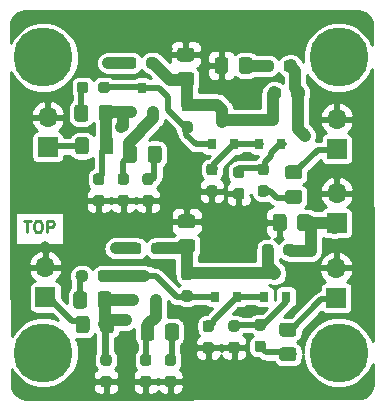
<source format=gtl>
G04 #@! TF.GenerationSoftware,KiCad,Pcbnew,5.99.0+really5.1.10+dfsg1-1*
G04 #@! TF.CreationDate,2022-01-15T17:01:17+02:00*
G04 #@! TF.ProjectId,tia,7469612e-6b69-4636-9164-5f7063625858,rev?*
G04 #@! TF.SameCoordinates,Original*
G04 #@! TF.FileFunction,Copper,L1,Top*
G04 #@! TF.FilePolarity,Positive*
%FSLAX46Y46*%
G04 Gerber Fmt 4.6, Leading zero omitted, Abs format (unit mm)*
G04 Created by KiCad (PCBNEW 5.99.0+really5.1.10+dfsg1-1) date 2022-01-15 17:01:17*
%MOMM*%
%LPD*%
G01*
G04 APERTURE LIST*
G04 #@! TA.AperFunction,NonConductor*
%ADD10C,0.250000*%
G04 #@! TD*
G04 #@! TA.AperFunction,SMDPad,CuDef*
%ADD11C,1.000000*%
G04 #@! TD*
G04 #@! TA.AperFunction,ComponentPad*
%ADD12C,5.000000*%
G04 #@! TD*
G04 #@! TA.AperFunction,SMDPad,CuDef*
%ADD13R,0.800000X0.900000*%
G04 #@! TD*
G04 #@! TA.AperFunction,ComponentPad*
%ADD14O,1.700000X1.700000*%
G04 #@! TD*
G04 #@! TA.AperFunction,ComponentPad*
%ADD15R,1.700000X1.700000*%
G04 #@! TD*
G04 #@! TA.AperFunction,ViaPad*
%ADD16C,0.800000*%
G04 #@! TD*
G04 #@! TA.AperFunction,Conductor*
%ADD17C,1.000000*%
G04 #@! TD*
G04 #@! TA.AperFunction,Conductor*
%ADD18C,0.500000*%
G04 #@! TD*
G04 #@! TA.AperFunction,Conductor*
%ADD19C,0.250000*%
G04 #@! TD*
G04 #@! TA.AperFunction,Conductor*
%ADD20C,0.254000*%
G04 #@! TD*
G04 #@! TA.AperFunction,Conductor*
%ADD21C,0.100000*%
G04 #@! TD*
G04 APERTURE END LIST*
D10*
X126208636Y-101280980D02*
X126780064Y-101280980D01*
X126494350Y-102280980D02*
X126494350Y-101280980D01*
X127303874Y-101280980D02*
X127494350Y-101280980D01*
X127589588Y-101328600D01*
X127684826Y-101423838D01*
X127732445Y-101614314D01*
X127732445Y-101947647D01*
X127684826Y-102138123D01*
X127589588Y-102233361D01*
X127494350Y-102280980D01*
X127303874Y-102280980D01*
X127208636Y-102233361D01*
X127113398Y-102138123D01*
X127065779Y-101947647D01*
X127065779Y-101614314D01*
X127113398Y-101423838D01*
X127208636Y-101328600D01*
X127303874Y-101280980D01*
X128161017Y-102280980D02*
X128161017Y-101280980D01*
X128541969Y-101280980D01*
X128637207Y-101328600D01*
X128684826Y-101376219D01*
X128732445Y-101471457D01*
X128732445Y-101614314D01*
X128684826Y-101709552D01*
X128637207Y-101757171D01*
X128541969Y-101804790D01*
X128161017Y-101804790D01*
G04 #@! TA.AperFunction,SMDPad,CuDef*
G36*
G01*
X138370300Y-114425000D02*
X138845300Y-114425000D01*
G75*
G02*
X139082800Y-114662500I0J-237500D01*
G01*
X139082800Y-115162500D01*
G75*
G02*
X138845300Y-115400000I-237500J0D01*
G01*
X138370300Y-115400000D01*
G75*
G02*
X138132800Y-115162500I0J237500D01*
G01*
X138132800Y-114662500D01*
G75*
G02*
X138370300Y-114425000I237500J0D01*
G01*
G37*
G04 #@! TD.AperFunction*
G04 #@! TA.AperFunction,SMDPad,CuDef*
G36*
G01*
X138370300Y-112600000D02*
X138845300Y-112600000D01*
G75*
G02*
X139082800Y-112837500I0J-237500D01*
G01*
X139082800Y-113337500D01*
G75*
G02*
X138845300Y-113575000I-237500J0D01*
G01*
X138370300Y-113575000D01*
G75*
G02*
X138132800Y-113337500I0J237500D01*
G01*
X138132800Y-112837500D01*
G75*
G02*
X138370300Y-112600000I237500J0D01*
G01*
G37*
G04 #@! TD.AperFunction*
G04 #@! TA.AperFunction,SMDPad,CuDef*
G36*
G01*
X136270500Y-114425000D02*
X136745500Y-114425000D01*
G75*
G02*
X136983000Y-114662500I0J-237500D01*
G01*
X136983000Y-115162500D01*
G75*
G02*
X136745500Y-115400000I-237500J0D01*
G01*
X136270500Y-115400000D01*
G75*
G02*
X136033000Y-115162500I0J237500D01*
G01*
X136033000Y-114662500D01*
G75*
G02*
X136270500Y-114425000I237500J0D01*
G01*
G37*
G04 #@! TD.AperFunction*
G04 #@! TA.AperFunction,SMDPad,CuDef*
G36*
G01*
X136270500Y-112600000D02*
X136745500Y-112600000D01*
G75*
G02*
X136983000Y-112837500I0J-237500D01*
G01*
X136983000Y-113337500D01*
G75*
G02*
X136745500Y-113575000I-237500J0D01*
G01*
X136270500Y-113575000D01*
G75*
G02*
X136033000Y-113337500I0J237500D01*
G01*
X136033000Y-112837500D01*
G75*
G02*
X136270500Y-112600000I237500J0D01*
G01*
G37*
G04 #@! TD.AperFunction*
G04 #@! TA.AperFunction,SMDPad,CuDef*
G36*
G01*
X143755100Y-111539840D02*
X144230100Y-111539840D01*
G75*
G02*
X144467600Y-111777340I0J-237500D01*
G01*
X144467600Y-112277340D01*
G75*
G02*
X144230100Y-112514840I-237500J0D01*
G01*
X143755100Y-112514840D01*
G75*
G02*
X143517600Y-112277340I0J237500D01*
G01*
X143517600Y-111777340D01*
G75*
G02*
X143755100Y-111539840I237500J0D01*
G01*
G37*
G04 #@! TD.AperFunction*
G04 #@! TA.AperFunction,SMDPad,CuDef*
G36*
G01*
X143755100Y-109714840D02*
X144230100Y-109714840D01*
G75*
G02*
X144467600Y-109952340I0J-237500D01*
G01*
X144467600Y-110452340D01*
G75*
G02*
X144230100Y-110689840I-237500J0D01*
G01*
X143755100Y-110689840D01*
G75*
G02*
X143517600Y-110452340I0J237500D01*
G01*
X143517600Y-109952340D01*
G75*
G02*
X143755100Y-109714840I237500J0D01*
G01*
G37*
G04 #@! TD.AperFunction*
G04 #@! TA.AperFunction,SMDPad,CuDef*
G36*
G01*
X141575780Y-111565240D02*
X142050780Y-111565240D01*
G75*
G02*
X142288280Y-111802740I0J-237500D01*
G01*
X142288280Y-112302740D01*
G75*
G02*
X142050780Y-112540240I-237500J0D01*
G01*
X141575780Y-112540240D01*
G75*
G02*
X141338280Y-112302740I0J237500D01*
G01*
X141338280Y-111802740D01*
G75*
G02*
X141575780Y-111565240I237500J0D01*
G01*
G37*
G04 #@! TD.AperFunction*
G04 #@! TA.AperFunction,SMDPad,CuDef*
G36*
G01*
X141575780Y-109740240D02*
X142050780Y-109740240D01*
G75*
G02*
X142288280Y-109977740I0J-237500D01*
G01*
X142288280Y-110477740D01*
G75*
G02*
X142050780Y-110715240I-237500J0D01*
G01*
X141575780Y-110715240D01*
G75*
G02*
X141338280Y-110477740I0J237500D01*
G01*
X141338280Y-109977740D01*
G75*
G02*
X141575780Y-109740240I237500J0D01*
G01*
G37*
G04 #@! TD.AperFunction*
G04 #@! TA.AperFunction,SMDPad,CuDef*
G36*
G01*
X146439900Y-110598400D02*
X145964900Y-110598400D01*
G75*
G02*
X145727400Y-110360900I0J237500D01*
G01*
X145727400Y-109860900D01*
G75*
G02*
X145964900Y-109623400I237500J0D01*
G01*
X146439900Y-109623400D01*
G75*
G02*
X146677400Y-109860900I0J-237500D01*
G01*
X146677400Y-110360900D01*
G75*
G02*
X146439900Y-110598400I-237500J0D01*
G01*
G37*
G04 #@! TD.AperFunction*
G04 #@! TA.AperFunction,SMDPad,CuDef*
G36*
G01*
X146439900Y-112423400D02*
X145964900Y-112423400D01*
G75*
G02*
X145727400Y-112185900I0J237500D01*
G01*
X145727400Y-111685900D01*
G75*
G02*
X145964900Y-111448400I237500J0D01*
G01*
X146439900Y-111448400D01*
G75*
G02*
X146677400Y-111685900I0J-237500D01*
G01*
X146677400Y-112185900D01*
G75*
G02*
X146439900Y-112423400I-237500J0D01*
G01*
G37*
G04 #@! TD.AperFunction*
G04 #@! TA.AperFunction,SMDPad,CuDef*
G36*
G01*
X132916920Y-114425000D02*
X133391920Y-114425000D01*
G75*
G02*
X133629420Y-114662500I0J-237500D01*
G01*
X133629420Y-115162500D01*
G75*
G02*
X133391920Y-115400000I-237500J0D01*
G01*
X132916920Y-115400000D01*
G75*
G02*
X132679420Y-115162500I0J237500D01*
G01*
X132679420Y-114662500D01*
G75*
G02*
X132916920Y-114425000I237500J0D01*
G01*
G37*
G04 #@! TD.AperFunction*
G04 #@! TA.AperFunction,SMDPad,CuDef*
G36*
G01*
X132916920Y-112600000D02*
X133391920Y-112600000D01*
G75*
G02*
X133629420Y-112837500I0J-237500D01*
G01*
X133629420Y-113337500D01*
G75*
G02*
X133391920Y-113575000I-237500J0D01*
G01*
X132916920Y-113575000D01*
G75*
G02*
X132679420Y-113337500I0J237500D01*
G01*
X132679420Y-112837500D01*
G75*
G02*
X132916920Y-112600000I237500J0D01*
G01*
G37*
G04 #@! TD.AperFunction*
G04 #@! TA.AperFunction,SMDPad,CuDef*
G36*
G01*
X136138100Y-103394500D02*
X136138100Y-103869500D01*
G75*
G02*
X135900600Y-104107000I-237500J0D01*
G01*
X135400600Y-104107000D01*
G75*
G02*
X135163100Y-103869500I0J237500D01*
G01*
X135163100Y-103394500D01*
G75*
G02*
X135400600Y-103157000I237500J0D01*
G01*
X135900600Y-103157000D01*
G75*
G02*
X136138100Y-103394500I0J-237500D01*
G01*
G37*
G04 #@! TD.AperFunction*
G04 #@! TA.AperFunction,SMDPad,CuDef*
G36*
G01*
X137963100Y-103394500D02*
X137963100Y-103869500D01*
G75*
G02*
X137725600Y-104107000I-237500J0D01*
G01*
X137225600Y-104107000D01*
G75*
G02*
X136988100Y-103869500I0J237500D01*
G01*
X136988100Y-103394500D01*
G75*
G02*
X137225600Y-103157000I237500J0D01*
G01*
X137725600Y-103157000D01*
G75*
G02*
X137963100Y-103394500I0J-237500D01*
G01*
G37*
G04 #@! TD.AperFunction*
G04 #@! TA.AperFunction,SMDPad,CuDef*
G36*
G01*
X131604200Y-105731300D02*
X131604200Y-106206300D01*
G75*
G02*
X131366700Y-106443800I-237500J0D01*
G01*
X130866700Y-106443800D01*
G75*
G02*
X130629200Y-106206300I0J237500D01*
G01*
X130629200Y-105731300D01*
G75*
G02*
X130866700Y-105493800I237500J0D01*
G01*
X131366700Y-105493800D01*
G75*
G02*
X131604200Y-105731300I0J-237500D01*
G01*
G37*
G04 #@! TD.AperFunction*
G04 #@! TA.AperFunction,SMDPad,CuDef*
G36*
G01*
X133429200Y-105731300D02*
X133429200Y-106206300D01*
G75*
G02*
X133191700Y-106443800I-237500J0D01*
G01*
X132691700Y-106443800D01*
G75*
G02*
X132454200Y-106206300I0J237500D01*
G01*
X132454200Y-105731300D01*
G75*
G02*
X132691700Y-105493800I237500J0D01*
G01*
X133191700Y-105493800D01*
G75*
G02*
X133429200Y-105731300I0J-237500D01*
G01*
G37*
G04 #@! TD.AperFunction*
G04 #@! TA.AperFunction,SMDPad,CuDef*
G36*
G01*
X139762500Y-107175000D02*
X140237500Y-107175000D01*
G75*
G02*
X140475000Y-107412500I0J-237500D01*
G01*
X140475000Y-107912500D01*
G75*
G02*
X140237500Y-108150000I-237500J0D01*
G01*
X139762500Y-108150000D01*
G75*
G02*
X139525000Y-107912500I0J237500D01*
G01*
X139525000Y-107412500D01*
G75*
G02*
X139762500Y-107175000I237500J0D01*
G01*
G37*
G04 #@! TD.AperFunction*
G04 #@! TA.AperFunction,SMDPad,CuDef*
G36*
G01*
X139762500Y-105350000D02*
X140237500Y-105350000D01*
G75*
G02*
X140475000Y-105587500I0J-237500D01*
G01*
X140475000Y-106087500D01*
G75*
G02*
X140237500Y-106325000I-237500J0D01*
G01*
X139762500Y-106325000D01*
G75*
G02*
X139525000Y-106087500I0J237500D01*
G01*
X139525000Y-105587500D01*
G75*
G02*
X139762500Y-105350000I237500J0D01*
G01*
G37*
G04 #@! TD.AperFunction*
G04 #@! TA.AperFunction,SMDPad,CuDef*
G36*
G01*
X147321720Y-103521500D02*
X147321720Y-103996500D01*
G75*
G02*
X147084220Y-104234000I-237500J0D01*
G01*
X146584220Y-104234000D01*
G75*
G02*
X146346720Y-103996500I0J237500D01*
G01*
X146346720Y-103521500D01*
G75*
G02*
X146584220Y-103284000I237500J0D01*
G01*
X147084220Y-103284000D01*
G75*
G02*
X147321720Y-103521500I0J-237500D01*
G01*
G37*
G04 #@! TD.AperFunction*
G04 #@! TA.AperFunction,SMDPad,CuDef*
G36*
G01*
X149146720Y-103521500D02*
X149146720Y-103996500D01*
G75*
G02*
X148909220Y-104234000I-237500J0D01*
G01*
X148409220Y-104234000D01*
G75*
G02*
X148171720Y-103996500I0J237500D01*
G01*
X148171720Y-103521500D01*
G75*
G02*
X148409220Y-103284000I237500J0D01*
G01*
X148909220Y-103284000D01*
G75*
G02*
X149146720Y-103521500I0J-237500D01*
G01*
G37*
G04 #@! TD.AperFunction*
G04 #@! TA.AperFunction,SMDPad,CuDef*
G36*
G01*
X147339500Y-87964000D02*
X147339500Y-88439000D01*
G75*
G02*
X147102000Y-88676500I-237500J0D01*
G01*
X146602000Y-88676500D01*
G75*
G02*
X146364500Y-88439000I0J237500D01*
G01*
X146364500Y-87964000D01*
G75*
G02*
X146602000Y-87726500I237500J0D01*
G01*
X147102000Y-87726500D01*
G75*
G02*
X147339500Y-87964000I0J-237500D01*
G01*
G37*
G04 #@! TD.AperFunction*
G04 #@! TA.AperFunction,SMDPad,CuDef*
G36*
G01*
X149164500Y-87964000D02*
X149164500Y-88439000D01*
G75*
G02*
X148927000Y-88676500I-237500J0D01*
G01*
X148427000Y-88676500D01*
G75*
G02*
X148189500Y-88439000I0J237500D01*
G01*
X148189500Y-87964000D01*
G75*
G02*
X148427000Y-87726500I237500J0D01*
G01*
X148927000Y-87726500D01*
G75*
G02*
X149164500Y-87964000I0J-237500D01*
G01*
G37*
G04 #@! TD.AperFunction*
G04 #@! TA.AperFunction,SMDPad,CuDef*
G36*
G01*
X136470380Y-99114160D02*
X136945380Y-99114160D01*
G75*
G02*
X137182880Y-99351660I0J-237500D01*
G01*
X137182880Y-99851660D01*
G75*
G02*
X136945380Y-100089160I-237500J0D01*
G01*
X136470380Y-100089160D01*
G75*
G02*
X136232880Y-99851660I0J237500D01*
G01*
X136232880Y-99351660D01*
G75*
G02*
X136470380Y-99114160I237500J0D01*
G01*
G37*
G04 #@! TD.AperFunction*
G04 #@! TA.AperFunction,SMDPad,CuDef*
G36*
G01*
X136470380Y-97289160D02*
X136945380Y-97289160D01*
G75*
G02*
X137182880Y-97526660I0J-237500D01*
G01*
X137182880Y-98026660D01*
G75*
G02*
X136945380Y-98264160I-237500J0D01*
G01*
X136470380Y-98264160D01*
G75*
G02*
X136232880Y-98026660I0J237500D01*
G01*
X136232880Y-97526660D01*
G75*
G02*
X136470380Y-97289160I237500J0D01*
G01*
G37*
G04 #@! TD.AperFunction*
G04 #@! TA.AperFunction,SMDPad,CuDef*
G36*
G01*
X134372340Y-99093840D02*
X134847340Y-99093840D01*
G75*
G02*
X135084840Y-99331340I0J-237500D01*
G01*
X135084840Y-99831340D01*
G75*
G02*
X134847340Y-100068840I-237500J0D01*
G01*
X134372340Y-100068840D01*
G75*
G02*
X134134840Y-99831340I0J237500D01*
G01*
X134134840Y-99331340D01*
G75*
G02*
X134372340Y-99093840I237500J0D01*
G01*
G37*
G04 #@! TD.AperFunction*
G04 #@! TA.AperFunction,SMDPad,CuDef*
G36*
G01*
X134372340Y-97268840D02*
X134847340Y-97268840D01*
G75*
G02*
X135084840Y-97506340I0J-237500D01*
G01*
X135084840Y-98006340D01*
G75*
G02*
X134847340Y-98243840I-237500J0D01*
G01*
X134372340Y-98243840D01*
G75*
G02*
X134134840Y-98006340I0J237500D01*
G01*
X134134840Y-97506340D01*
G75*
G02*
X134372340Y-97268840I237500J0D01*
G01*
G37*
G04 #@! TD.AperFunction*
G04 #@! TA.AperFunction,SMDPad,CuDef*
G36*
G01*
X144148800Y-98519800D02*
X144623800Y-98519800D01*
G75*
G02*
X144861300Y-98757300I0J-237500D01*
G01*
X144861300Y-99257300D01*
G75*
G02*
X144623800Y-99494800I-237500J0D01*
G01*
X144148800Y-99494800D01*
G75*
G02*
X143911300Y-99257300I0J237500D01*
G01*
X143911300Y-98757300D01*
G75*
G02*
X144148800Y-98519800I237500J0D01*
G01*
G37*
G04 #@! TD.AperFunction*
G04 #@! TA.AperFunction,SMDPad,CuDef*
G36*
G01*
X144148800Y-96694800D02*
X144623800Y-96694800D01*
G75*
G02*
X144861300Y-96932300I0J-237500D01*
G01*
X144861300Y-97432300D01*
G75*
G02*
X144623800Y-97669800I-237500J0D01*
G01*
X144148800Y-97669800D01*
G75*
G02*
X143911300Y-97432300I0J237500D01*
G01*
X143911300Y-96932300D01*
G75*
G02*
X144148800Y-96694800I237500J0D01*
G01*
G37*
G04 #@! TD.AperFunction*
G04 #@! TA.AperFunction,SMDPad,CuDef*
G36*
G01*
X141875500Y-98296280D02*
X142350500Y-98296280D01*
G75*
G02*
X142588000Y-98533780I0J-237500D01*
G01*
X142588000Y-99033780D01*
G75*
G02*
X142350500Y-99271280I-237500J0D01*
G01*
X141875500Y-99271280D01*
G75*
G02*
X141638000Y-99033780I0J237500D01*
G01*
X141638000Y-98533780D01*
G75*
G02*
X141875500Y-98296280I237500J0D01*
G01*
G37*
G04 #@! TD.AperFunction*
G04 #@! TA.AperFunction,SMDPad,CuDef*
G36*
G01*
X141875500Y-96471280D02*
X142350500Y-96471280D01*
G75*
G02*
X142588000Y-96708780I0J-237500D01*
G01*
X142588000Y-97208780D01*
G75*
G02*
X142350500Y-97446280I-237500J0D01*
G01*
X141875500Y-97446280D01*
G75*
G02*
X141638000Y-97208780I0J237500D01*
G01*
X141638000Y-96708780D01*
G75*
G02*
X141875500Y-96471280I237500J0D01*
G01*
G37*
G04 #@! TD.AperFunction*
G04 #@! TA.AperFunction,SMDPad,CuDef*
G36*
G01*
X146696440Y-97433580D02*
X146221440Y-97433580D01*
G75*
G02*
X145983940Y-97196080I0J237500D01*
G01*
X145983940Y-96696080D01*
G75*
G02*
X146221440Y-96458580I237500J0D01*
G01*
X146696440Y-96458580D01*
G75*
G02*
X146933940Y-96696080I0J-237500D01*
G01*
X146933940Y-97196080D01*
G75*
G02*
X146696440Y-97433580I-237500J0D01*
G01*
G37*
G04 #@! TD.AperFunction*
G04 #@! TA.AperFunction,SMDPad,CuDef*
G36*
G01*
X146696440Y-99258580D02*
X146221440Y-99258580D01*
G75*
G02*
X145983940Y-99021080I0J237500D01*
G01*
X145983940Y-98521080D01*
G75*
G02*
X146221440Y-98283580I237500J0D01*
G01*
X146696440Y-98283580D01*
G75*
G02*
X146933940Y-98521080I0J-237500D01*
G01*
X146933940Y-99021080D01*
G75*
G02*
X146696440Y-99258580I-237500J0D01*
G01*
G37*
G04 #@! TD.AperFunction*
G04 #@! TA.AperFunction,SMDPad,CuDef*
G36*
G01*
X132294620Y-99114160D02*
X132769620Y-99114160D01*
G75*
G02*
X133007120Y-99351660I0J-237500D01*
G01*
X133007120Y-99851660D01*
G75*
G02*
X132769620Y-100089160I-237500J0D01*
G01*
X132294620Y-100089160D01*
G75*
G02*
X132057120Y-99851660I0J237500D01*
G01*
X132057120Y-99351660D01*
G75*
G02*
X132294620Y-99114160I237500J0D01*
G01*
G37*
G04 #@! TD.AperFunction*
G04 #@! TA.AperFunction,SMDPad,CuDef*
G36*
G01*
X132294620Y-97289160D02*
X132769620Y-97289160D01*
G75*
G02*
X133007120Y-97526660I0J-237500D01*
G01*
X133007120Y-98026660D01*
G75*
G02*
X132769620Y-98264160I-237500J0D01*
G01*
X132294620Y-98264160D01*
G75*
G02*
X132057120Y-98026660I0J237500D01*
G01*
X132057120Y-97526660D01*
G75*
G02*
X132294620Y-97289160I237500J0D01*
G01*
G37*
G04 #@! TD.AperFunction*
G04 #@! TA.AperFunction,SMDPad,CuDef*
G36*
G01*
X135719000Y-87710000D02*
X135719000Y-88185000D01*
G75*
G02*
X135481500Y-88422500I-237500J0D01*
G01*
X134981500Y-88422500D01*
G75*
G02*
X134744000Y-88185000I0J237500D01*
G01*
X134744000Y-87710000D01*
G75*
G02*
X134981500Y-87472500I237500J0D01*
G01*
X135481500Y-87472500D01*
G75*
G02*
X135719000Y-87710000I0J-237500D01*
G01*
G37*
G04 #@! TD.AperFunction*
G04 #@! TA.AperFunction,SMDPad,CuDef*
G36*
G01*
X137544000Y-87710000D02*
X137544000Y-88185000D01*
G75*
G02*
X137306500Y-88422500I-237500J0D01*
G01*
X136806500Y-88422500D01*
G75*
G02*
X136569000Y-88185000I0J237500D01*
G01*
X136569000Y-87710000D01*
G75*
G02*
X136806500Y-87472500I237500J0D01*
G01*
X137306500Y-87472500D01*
G75*
G02*
X137544000Y-87710000I0J-237500D01*
G01*
G37*
G04 #@! TD.AperFunction*
G04 #@! TA.AperFunction,SMDPad,CuDef*
G36*
G01*
X131649920Y-89775020D02*
X131649920Y-90250020D01*
G75*
G02*
X131412420Y-90487520I-237500J0D01*
G01*
X130912420Y-90487520D01*
G75*
G02*
X130674920Y-90250020I0J237500D01*
G01*
X130674920Y-89775020D01*
G75*
G02*
X130912420Y-89537520I237500J0D01*
G01*
X131412420Y-89537520D01*
G75*
G02*
X131649920Y-89775020I0J-237500D01*
G01*
G37*
G04 #@! TD.AperFunction*
G04 #@! TA.AperFunction,SMDPad,CuDef*
G36*
G01*
X133474920Y-89775020D02*
X133474920Y-90250020D01*
G75*
G02*
X133237420Y-90487520I-237500J0D01*
G01*
X132737420Y-90487520D01*
G75*
G02*
X132499920Y-90250020I0J237500D01*
G01*
X132499920Y-89775020D01*
G75*
G02*
X132737420Y-89537520I237500J0D01*
G01*
X133237420Y-89537520D01*
G75*
G02*
X133474920Y-89775020I0J-237500D01*
G01*
G37*
G04 #@! TD.AperFunction*
G04 #@! TA.AperFunction,SMDPad,CuDef*
G36*
G01*
X139780000Y-92881000D02*
X140255000Y-92881000D01*
G75*
G02*
X140492500Y-93118500I0J-237500D01*
G01*
X140492500Y-93618500D01*
G75*
G02*
X140255000Y-93856000I-237500J0D01*
G01*
X139780000Y-93856000D01*
G75*
G02*
X139542500Y-93618500I0J237500D01*
G01*
X139542500Y-93118500D01*
G75*
G02*
X139780000Y-92881000I237500J0D01*
G01*
G37*
G04 #@! TD.AperFunction*
G04 #@! TA.AperFunction,SMDPad,CuDef*
G36*
G01*
X139780000Y-91056000D02*
X140255000Y-91056000D01*
G75*
G02*
X140492500Y-91293500I0J-237500D01*
G01*
X140492500Y-91793500D01*
G75*
G02*
X140255000Y-92031000I-237500J0D01*
G01*
X139780000Y-92031000D01*
G75*
G02*
X139542500Y-91793500I0J237500D01*
G01*
X139542500Y-91293500D01*
G75*
G02*
X139780000Y-91056000I237500J0D01*
G01*
G37*
G04 #@! TD.AperFunction*
G04 #@! TA.AperFunction,SMDPad,CuDef*
G36*
G01*
X147974500Y-90250000D02*
X147974500Y-90725000D01*
G75*
G02*
X147737000Y-90962500I-237500J0D01*
G01*
X147237000Y-90962500D01*
G75*
G02*
X146999500Y-90725000I0J237500D01*
G01*
X146999500Y-90250000D01*
G75*
G02*
X147237000Y-90012500I237500J0D01*
G01*
X147737000Y-90012500D01*
G75*
G02*
X147974500Y-90250000I0J-237500D01*
G01*
G37*
G04 #@! TD.AperFunction*
G04 #@! TA.AperFunction,SMDPad,CuDef*
G36*
G01*
X149799500Y-90250000D02*
X149799500Y-90725000D01*
G75*
G02*
X149562000Y-90962500I-237500J0D01*
G01*
X149062000Y-90962500D01*
G75*
G02*
X148824500Y-90725000I0J237500D01*
G01*
X148824500Y-90250000D01*
G75*
G02*
X149062000Y-90012500I237500J0D01*
G01*
X149562000Y-90012500D01*
G75*
G02*
X149799500Y-90250000I0J-237500D01*
G01*
G37*
G04 #@! TD.AperFunction*
D11*
X149910800Y-93980000D03*
G04 #@! TA.AperFunction,SMDPad,CuDef*
G36*
G01*
X148444800Y-100972600D02*
X148444800Y-101922600D01*
G75*
G02*
X148194800Y-102172600I-250000J0D01*
G01*
X147519800Y-102172600D01*
G75*
G02*
X147269800Y-101922600I0J250000D01*
G01*
X147269800Y-100972600D01*
G75*
G02*
X147519800Y-100722600I250000J0D01*
G01*
X148194800Y-100722600D01*
G75*
G02*
X148444800Y-100972600I0J-250000D01*
G01*
G37*
G04 #@! TD.AperFunction*
G04 #@! TA.AperFunction,SMDPad,CuDef*
G36*
G01*
X150519800Y-100972600D02*
X150519800Y-101922600D01*
G75*
G02*
X150269800Y-102172600I-250000J0D01*
G01*
X149594800Y-102172600D01*
G75*
G02*
X149344800Y-101922600I0J250000D01*
G01*
X149344800Y-100972600D01*
G75*
G02*
X149594800Y-100722600I250000J0D01*
G01*
X150269800Y-100722600D01*
G75*
G02*
X150519800Y-100972600I0J-250000D01*
G01*
G37*
G04 #@! TD.AperFunction*
D12*
X152848360Y-112457280D03*
X127848360Y-112457280D03*
X152848360Y-87457280D03*
X127848360Y-87457280D03*
G04 #@! TA.AperFunction,SMDPad,CuDef*
G36*
G01*
X144395500Y-88588001D02*
X144395500Y-87687999D01*
G75*
G02*
X144645499Y-87438000I249999J0D01*
G01*
X145295501Y-87438000D01*
G75*
G02*
X145545500Y-87687999I0J-249999D01*
G01*
X145545500Y-88588001D01*
G75*
G02*
X145295501Y-88838000I-249999J0D01*
G01*
X144645499Y-88838000D01*
G75*
G02*
X144395500Y-88588001I0J249999D01*
G01*
G37*
G04 #@! TD.AperFunction*
G04 #@! TA.AperFunction,SMDPad,CuDef*
G36*
G01*
X142345500Y-88588001D02*
X142345500Y-87687999D01*
G75*
G02*
X142595499Y-87438000I249999J0D01*
G01*
X143245501Y-87438000D01*
G75*
G02*
X143495500Y-87687999I0J-249999D01*
G01*
X143495500Y-88588001D01*
G75*
G02*
X143245501Y-88838000I-249999J0D01*
G01*
X142595499Y-88838000D01*
G75*
G02*
X142345500Y-88588001I0J249999D01*
G01*
G37*
G04 #@! TD.AperFunction*
G04 #@! TA.AperFunction,SMDPad,CuDef*
G36*
G01*
X132545240Y-92661760D02*
X132545240Y-91711760D01*
G75*
G02*
X132795240Y-91461760I250000J0D01*
G01*
X133470240Y-91461760D01*
G75*
G02*
X133720240Y-91711760I0J-250000D01*
G01*
X133720240Y-92661760D01*
G75*
G02*
X133470240Y-92911760I-250000J0D01*
G01*
X132795240Y-92911760D01*
G75*
G02*
X132545240Y-92661760I0J250000D01*
G01*
G37*
G04 #@! TD.AperFunction*
G04 #@! TA.AperFunction,SMDPad,CuDef*
G36*
G01*
X130470240Y-92661760D02*
X130470240Y-91711760D01*
G75*
G02*
X130720240Y-91461760I250000J0D01*
G01*
X131395240Y-91461760D01*
G75*
G02*
X131645240Y-91711760I0J-250000D01*
G01*
X131645240Y-92661760D01*
G75*
G02*
X131395240Y-92911760I-250000J0D01*
G01*
X130720240Y-92911760D01*
G75*
G02*
X130470240Y-92661760I0J250000D01*
G01*
G37*
G04 #@! TD.AperFunction*
D13*
X136207500Y-90059000D03*
X137157500Y-92059000D03*
X135257500Y-92059000D03*
X147040600Y-92802200D03*
X147990600Y-94802200D03*
X146090600Y-94802200D03*
X143040100Y-92812360D03*
X143990100Y-94812360D03*
X142090100Y-94812360D03*
D14*
X152694640Y-92684600D03*
D15*
X152694640Y-95224600D03*
D14*
X128219200Y-92527120D03*
D15*
X128219200Y-95067120D03*
G04 #@! TA.AperFunction,SMDPad,CuDef*
G36*
G01*
X136685440Y-96141560D02*
X136685440Y-95191560D01*
G75*
G02*
X136935440Y-94941560I250000J0D01*
G01*
X137610440Y-94941560D01*
G75*
G02*
X137860440Y-95191560I0J-250000D01*
G01*
X137860440Y-96141560D01*
G75*
G02*
X137610440Y-96391560I-250000J0D01*
G01*
X136935440Y-96391560D01*
G75*
G02*
X136685440Y-96141560I0J250000D01*
G01*
G37*
G04 #@! TD.AperFunction*
G04 #@! TA.AperFunction,SMDPad,CuDef*
G36*
G01*
X134610440Y-96141560D02*
X134610440Y-95191560D01*
G75*
G02*
X134860440Y-94941560I250000J0D01*
G01*
X135535440Y-94941560D01*
G75*
G02*
X135785440Y-95191560I0J-250000D01*
G01*
X135785440Y-96141560D01*
G75*
G02*
X135535440Y-96391560I-250000J0D01*
G01*
X134860440Y-96391560D01*
G75*
G02*
X134610440Y-96141560I0J250000D01*
G01*
G37*
G04 #@! TD.AperFunction*
G04 #@! TA.AperFunction,SMDPad,CuDef*
G36*
G01*
X149509500Y-97784500D02*
X148559500Y-97784500D01*
G75*
G02*
X148309500Y-97534500I0J250000D01*
G01*
X148309500Y-96859500D01*
G75*
G02*
X148559500Y-96609500I250000J0D01*
G01*
X149509500Y-96609500D01*
G75*
G02*
X149759500Y-96859500I0J-250000D01*
G01*
X149759500Y-97534500D01*
G75*
G02*
X149509500Y-97784500I-250000J0D01*
G01*
G37*
G04 #@! TD.AperFunction*
G04 #@! TA.AperFunction,SMDPad,CuDef*
G36*
G01*
X149509500Y-99859500D02*
X148559500Y-99859500D01*
G75*
G02*
X148309500Y-99609500I0J250000D01*
G01*
X148309500Y-98934500D01*
G75*
G02*
X148559500Y-98684500I250000J0D01*
G01*
X149509500Y-98684500D01*
G75*
G02*
X149759500Y-98934500I0J-250000D01*
G01*
X149759500Y-99609500D01*
G75*
G02*
X149509500Y-99859500I-250000J0D01*
G01*
G37*
G04 #@! TD.AperFunction*
G04 #@! TA.AperFunction,SMDPad,CuDef*
G36*
G01*
X131706200Y-94475280D02*
X131706200Y-95425280D01*
G75*
G02*
X131456200Y-95675280I-250000J0D01*
G01*
X130781200Y-95675280D01*
G75*
G02*
X130531200Y-95425280I0J250000D01*
G01*
X130531200Y-94475280D01*
G75*
G02*
X130781200Y-94225280I250000J0D01*
G01*
X131456200Y-94225280D01*
G75*
G02*
X131706200Y-94475280I0J-250000D01*
G01*
G37*
G04 #@! TD.AperFunction*
G04 #@! TA.AperFunction,SMDPad,CuDef*
G36*
G01*
X133781200Y-94475280D02*
X133781200Y-95425280D01*
G75*
G02*
X133531200Y-95675280I-250000J0D01*
G01*
X132856200Y-95675280D01*
G75*
G02*
X132606200Y-95425280I0J250000D01*
G01*
X132606200Y-94475280D01*
G75*
G02*
X132856200Y-94225280I250000J0D01*
G01*
X133531200Y-94225280D01*
G75*
G02*
X133781200Y-94475280I0J-250000D01*
G01*
G37*
G04 #@! TD.AperFunction*
G04 #@! TA.AperFunction,SMDPad,CuDef*
G36*
G01*
X140365500Y-87815000D02*
X139415500Y-87815000D01*
G75*
G02*
X139165500Y-87565000I0J250000D01*
G01*
X139165500Y-86890000D01*
G75*
G02*
X139415500Y-86640000I250000J0D01*
G01*
X140365500Y-86640000D01*
G75*
G02*
X140615500Y-86890000I0J-250000D01*
G01*
X140615500Y-87565000D01*
G75*
G02*
X140365500Y-87815000I-250000J0D01*
G01*
G37*
G04 #@! TD.AperFunction*
G04 #@! TA.AperFunction,SMDPad,CuDef*
G36*
G01*
X140365500Y-89890000D02*
X139415500Y-89890000D01*
G75*
G02*
X139165500Y-89640000I0J250000D01*
G01*
X139165500Y-88965000D01*
G75*
G02*
X139415500Y-88715000I250000J0D01*
G01*
X140365500Y-88715000D01*
G75*
G02*
X140615500Y-88965000I0J-250000D01*
G01*
X140615500Y-89640000D01*
G75*
G02*
X140365500Y-89890000I-250000J0D01*
G01*
G37*
G04 #@! TD.AperFunction*
D14*
X152679400Y-98958400D03*
D15*
X152679400Y-101498400D03*
D13*
X147459700Y-105743500D03*
X148409700Y-107743500D03*
X146509700Y-107743500D03*
X143319500Y-105743500D03*
X144269500Y-107743500D03*
X142369500Y-107743500D03*
X136398000Y-105984800D03*
X137348000Y-107984800D03*
X135448000Y-107984800D03*
G04 #@! TA.AperFunction,SMDPad,CuDef*
G36*
G01*
X149014200Y-111106800D02*
X148064200Y-111106800D01*
G75*
G02*
X147814200Y-110856800I0J250000D01*
G01*
X147814200Y-110181800D01*
G75*
G02*
X148064200Y-109931800I250000J0D01*
G01*
X149014200Y-109931800D01*
G75*
G02*
X149264200Y-110181800I0J-250000D01*
G01*
X149264200Y-110856800D01*
G75*
G02*
X149014200Y-111106800I-250000J0D01*
G01*
G37*
G04 #@! TD.AperFunction*
G04 #@! TA.AperFunction,SMDPad,CuDef*
G36*
G01*
X149014200Y-113181800D02*
X148064200Y-113181800D01*
G75*
G02*
X147814200Y-112931800I0J250000D01*
G01*
X147814200Y-112256800D01*
G75*
G02*
X148064200Y-112006800I250000J0D01*
G01*
X149014200Y-112006800D01*
G75*
G02*
X149264200Y-112256800I0J-250000D01*
G01*
X149264200Y-112931800D01*
G75*
G02*
X149014200Y-113181800I-250000J0D01*
G01*
G37*
G04 #@! TD.AperFunction*
G04 #@! TA.AperFunction,SMDPad,CuDef*
G36*
G01*
X140449320Y-101937400D02*
X139499320Y-101937400D01*
G75*
G02*
X139249320Y-101687400I0J250000D01*
G01*
X139249320Y-101012400D01*
G75*
G02*
X139499320Y-100762400I250000J0D01*
G01*
X140449320Y-100762400D01*
G75*
G02*
X140699320Y-101012400I0J-250000D01*
G01*
X140699320Y-101687400D01*
G75*
G02*
X140449320Y-101937400I-250000J0D01*
G01*
G37*
G04 #@! TD.AperFunction*
G04 #@! TA.AperFunction,SMDPad,CuDef*
G36*
G01*
X140449320Y-104012400D02*
X139499320Y-104012400D01*
G75*
G02*
X139249320Y-103762400I0J250000D01*
G01*
X139249320Y-103087400D01*
G75*
G02*
X139499320Y-102837400I250000J0D01*
G01*
X140449320Y-102837400D01*
G75*
G02*
X140699320Y-103087400I0J-250000D01*
G01*
X140699320Y-103762400D01*
G75*
G02*
X140449320Y-104012400I-250000J0D01*
G01*
G37*
G04 #@! TD.AperFunction*
G04 #@! TA.AperFunction,SMDPad,CuDef*
G36*
G01*
X138149660Y-111188520D02*
X138149660Y-110238520D01*
G75*
G02*
X138399660Y-109988520I250000J0D01*
G01*
X139074660Y-109988520D01*
G75*
G02*
X139324660Y-110238520I0J-250000D01*
G01*
X139324660Y-111188520D01*
G75*
G02*
X139074660Y-111438520I-250000J0D01*
G01*
X138399660Y-111438520D01*
G75*
G02*
X138149660Y-111188520I0J250000D01*
G01*
G37*
G04 #@! TD.AperFunction*
G04 #@! TA.AperFunction,SMDPad,CuDef*
G36*
G01*
X136074660Y-111188520D02*
X136074660Y-110238520D01*
G75*
G02*
X136324660Y-109988520I250000J0D01*
G01*
X136999660Y-109988520D01*
G75*
G02*
X137249660Y-110238520I0J-250000D01*
G01*
X137249660Y-111188520D01*
G75*
G02*
X136999660Y-111438520I-250000J0D01*
G01*
X136324660Y-111438520D01*
G75*
G02*
X136074660Y-111188520I0J250000D01*
G01*
G37*
G04 #@! TD.AperFunction*
G04 #@! TA.AperFunction,SMDPad,CuDef*
G36*
G01*
X132450000Y-108475000D02*
X132450000Y-107525000D01*
G75*
G02*
X132700000Y-107275000I250000J0D01*
G01*
X133375000Y-107275000D01*
G75*
G02*
X133625000Y-107525000I0J-250000D01*
G01*
X133625000Y-108475000D01*
G75*
G02*
X133375000Y-108725000I-250000J0D01*
G01*
X132700000Y-108725000D01*
G75*
G02*
X132450000Y-108475000I0J250000D01*
G01*
G37*
G04 #@! TD.AperFunction*
G04 #@! TA.AperFunction,SMDPad,CuDef*
G36*
G01*
X130375000Y-108475000D02*
X130375000Y-107525000D01*
G75*
G02*
X130625000Y-107275000I250000J0D01*
G01*
X131300000Y-107275000D01*
G75*
G02*
X131550000Y-107525000I0J-250000D01*
G01*
X131550000Y-108475000D01*
G75*
G02*
X131300000Y-108725000I-250000J0D01*
G01*
X130625000Y-108725000D01*
G75*
G02*
X130375000Y-108475000I0J250000D01*
G01*
G37*
G04 #@! TD.AperFunction*
G04 #@! TA.AperFunction,SMDPad,CuDef*
G36*
G01*
X131757000Y-109608600D02*
X131757000Y-110558600D01*
G75*
G02*
X131507000Y-110808600I-250000J0D01*
G01*
X130832000Y-110808600D01*
G75*
G02*
X130582000Y-110558600I0J250000D01*
G01*
X130582000Y-109608600D01*
G75*
G02*
X130832000Y-109358600I250000J0D01*
G01*
X131507000Y-109358600D01*
G75*
G02*
X131757000Y-109608600I0J-250000D01*
G01*
G37*
G04 #@! TD.AperFunction*
G04 #@! TA.AperFunction,SMDPad,CuDef*
G36*
G01*
X133832000Y-109608600D02*
X133832000Y-110558600D01*
G75*
G02*
X133582000Y-110808600I-250000J0D01*
G01*
X132907000Y-110808600D01*
G75*
G02*
X132657000Y-110558600I0J250000D01*
G01*
X132657000Y-109608600D01*
G75*
G02*
X132907000Y-109358600I250000J0D01*
G01*
X133582000Y-109358600D01*
G75*
G02*
X133832000Y-109608600I0J-250000D01*
G01*
G37*
G04 #@! TD.AperFunction*
D14*
X152628600Y-105283000D03*
D15*
X152628600Y-107823000D03*
D14*
X128016000Y-105232200D03*
D15*
X128016000Y-107772200D03*
D16*
X141681200Y-101777800D03*
X140289280Y-112151160D03*
X141828520Y-113522760D03*
X143982440Y-113593880D03*
X131572000Y-115062000D03*
X140030200Y-114998500D03*
X134594600Y-111455200D03*
X138176000Y-101777800D03*
X132537200Y-101549200D03*
X134620000Y-101549200D03*
X136677400Y-101600000D03*
X140741400Y-98856800D03*
X144449800Y-100228400D03*
X138836400Y-96982280D03*
X138430000Y-86741000D03*
X141541500Y-87122000D03*
X143002000Y-89725500D03*
X134874000Y-115062000D03*
X131318000Y-111734600D03*
X154355800Y-99187000D03*
X150749000Y-98755200D03*
X152654000Y-90932000D03*
X146100800Y-113593880D03*
X146481800Y-101447600D03*
X126238000Y-92456000D03*
X129540000Y-90678000D03*
X127990600Y-103403400D03*
X125831600Y-105206800D03*
X154559000Y-105257600D03*
X152590500Y-96977200D03*
X150368000Y-105308400D03*
X152654000Y-103530400D03*
X138303000Y-105105200D03*
X126238000Y-96723200D03*
X131597400Y-87096600D03*
X145059400Y-86537800D03*
X141909800Y-103987600D03*
X140182600Y-110083600D03*
X154609800Y-92684600D03*
X132334000Y-85293200D03*
X148894800Y-85344000D03*
X131165600Y-103047800D03*
X145148300Y-108953300D03*
X149415500Y-92075000D03*
X133350000Y-87947500D03*
X134429500Y-93408500D03*
X133959600Y-103632000D03*
X134871460Y-109715300D03*
D17*
X149396960Y-92056460D02*
X149415500Y-92075000D01*
X149396960Y-90297000D02*
X149396960Y-92056460D01*
X149479000Y-90360500D02*
X149479000Y-90551000D01*
X149161500Y-90043000D02*
X149479000Y-90360500D01*
X149161500Y-88598500D02*
X149161500Y-90043000D01*
X148764500Y-88201500D02*
X149161500Y-88598500D01*
X150414900Y-101447600D02*
X152603200Y-101447600D01*
X152603200Y-101447600D02*
X152679400Y-101523800D01*
X152425400Y-101904800D02*
X152577800Y-101904800D01*
X148823680Y-103835200D02*
X150495000Y-103835200D01*
X148762720Y-103774240D02*
X148823680Y-103835200D01*
X150495000Y-103835200D02*
X150495000Y-101422200D01*
X148793200Y-88112600D02*
X148844000Y-88163400D01*
X149415500Y-92075000D02*
X149415500Y-93535500D01*
X149415500Y-93535500D02*
X149961600Y-94081600D01*
X133000000Y-106000000D02*
X136378400Y-106000000D01*
X136378400Y-106000000D02*
X136385300Y-106006900D01*
D18*
X137383202Y-106000000D02*
X136378400Y-106000000D01*
X139133202Y-107750000D02*
X137383202Y-106000000D01*
X140000000Y-107750000D02*
X139133202Y-107750000D01*
X140000000Y-107750000D02*
X142389200Y-107750000D01*
X142389200Y-107750000D02*
X142468600Y-107670600D01*
D19*
X142250000Y-109550000D02*
X142250000Y-109650000D01*
D18*
X144269500Y-107743500D02*
X146427700Y-107743500D01*
X146427700Y-107743500D02*
X146456400Y-107772200D01*
X146456400Y-107772200D02*
X146469100Y-107772200D01*
X144269500Y-107743500D02*
X144224500Y-107743500D01*
X144224500Y-107743500D02*
X142227300Y-109740700D01*
X142227300Y-109740700D02*
X142227300Y-110020100D01*
X146456400Y-110109000D02*
X148424900Y-108140500D01*
X148424900Y-108140500D02*
X148424900Y-107810300D01*
X143992600Y-110109000D02*
X146456400Y-110109000D01*
X132542280Y-97708720D02*
X132552440Y-97718880D01*
X132796280Y-97439480D02*
X132481320Y-97754440D01*
X132796280Y-95347700D02*
X132796280Y-97439480D01*
X133193700Y-94950280D02*
X132796280Y-95347700D01*
X133193700Y-92698660D02*
X133243320Y-92649040D01*
X133288280Y-93456000D02*
X133193700Y-93361420D01*
X133193700Y-93361420D02*
X133193700Y-92698660D01*
X133193700Y-94950280D02*
X133193700Y-93361420D01*
D17*
X133259320Y-92013280D02*
X133141720Y-92130880D01*
X133132740Y-92186760D02*
X133132740Y-94849860D01*
X133132740Y-94849860D02*
X133243320Y-94960440D01*
X133239000Y-92059000D02*
X133223000Y-92075000D01*
X135144000Y-87947500D02*
X133350000Y-87947500D01*
X133350000Y-87947500D02*
X133350000Y-87947500D01*
X134572500Y-92059000D02*
X134572500Y-93234090D01*
X135257500Y-92059000D02*
X134572500Y-92059000D01*
X134572500Y-93234090D02*
X134413795Y-93392795D01*
X134572500Y-92059000D02*
X133239000Y-92059000D01*
D18*
X131057740Y-92186760D02*
X131057740Y-90054340D01*
X131057740Y-90054340D02*
X131064000Y-90048080D01*
X128508760Y-95006160D02*
X131048760Y-95006160D01*
X152415240Y-95280480D02*
X151069040Y-95280480D01*
X151069040Y-95280480D02*
X149565360Y-96784160D01*
X147002500Y-98780600D02*
X147599400Y-99377500D01*
X146545300Y-98780600D02*
X147002500Y-98780600D01*
X147599400Y-99377500D02*
X148948140Y-99377500D01*
X146519900Y-98755200D02*
X146545300Y-98780600D01*
X137103860Y-97718880D02*
X136636760Y-97718880D01*
X137241280Y-97581460D02*
X137103860Y-97718880D01*
X137241280Y-95544640D02*
X137241280Y-97581460D01*
X134660640Y-97420980D02*
X134660640Y-97784920D01*
X134609840Y-96326960D02*
X135310880Y-95625920D01*
X134609840Y-97668840D02*
X134609840Y-96326960D01*
D17*
X135214360Y-95286278D02*
X135214360Y-95824040D01*
X135276080Y-95594680D02*
X135173720Y-95697040D01*
X137157500Y-92629002D02*
X135064500Y-94722002D01*
X137157500Y-92059000D02*
X137157500Y-92629002D01*
X135064500Y-94722002D02*
X135064500Y-95821500D01*
D18*
X143990100Y-94812360D02*
X146269200Y-94812360D01*
X146269200Y-94812360D02*
X146291300Y-94790260D01*
X143990100Y-94812360D02*
X143738600Y-95063860D01*
X142240000Y-96583500D02*
X144018000Y-94805500D01*
X142240000Y-96774000D02*
X142240000Y-96583500D01*
X142251940Y-96774000D02*
X142240000Y-96774000D01*
X142349220Y-96871280D02*
X142251940Y-96774000D01*
X133074920Y-90012520D02*
X136113520Y-90012520D01*
X136113520Y-90012520D02*
X136207500Y-90106500D01*
X139960690Y-93472000D02*
X140081000Y-93472000D01*
X138366500Y-91877810D02*
X139960690Y-93472000D01*
X138366500Y-90796359D02*
X138366500Y-91877810D01*
X137629141Y-90059000D02*
X138366500Y-90796359D01*
X136207500Y-90059000D02*
X137629141Y-90059000D01*
X139954000Y-94030800D02*
X139954000Y-93408500D01*
X140735560Y-94812360D02*
X139954000Y-94030800D01*
X142090100Y-94812360D02*
X140735560Y-94812360D01*
X144391380Y-96870520D02*
X146461480Y-96870520D01*
X146461480Y-96870520D02*
X146494500Y-96837500D01*
X146558000Y-96890840D02*
X146606260Y-96939100D01*
X146558000Y-96697800D02*
X146558000Y-96890840D01*
X146634200Y-96621600D02*
X146558000Y-96697800D01*
X147140601Y-95518299D02*
X147140601Y-95772201D01*
X147802600Y-94856300D02*
X147140601Y-95518299D01*
X146634200Y-96278602D02*
X146634200Y-96621600D01*
X147140601Y-95772201D02*
X146634200Y-96278602D01*
X147904200Y-94856300D02*
X147802600Y-94856300D01*
X147998940Y-94761560D02*
X147904200Y-94856300D01*
X148206500Y-94761560D02*
X147998940Y-94761560D01*
D17*
X146764500Y-88201500D02*
X145034000Y-88201500D01*
X133037500Y-108000000D02*
X135432000Y-108000000D01*
X135432000Y-108000000D02*
X135445500Y-108013500D01*
X135563100Y-103632000D02*
X133959600Y-103632000D01*
X133959600Y-103632000D02*
X133959600Y-103632000D01*
X133037500Y-108000000D02*
X133037500Y-110139400D01*
X133037500Y-110139400D02*
X133057900Y-110159800D01*
X133019800Y-110045500D02*
X133350000Y-109715300D01*
X133350000Y-109715300D02*
X134871460Y-109715300D01*
D18*
X133037500Y-112908000D02*
X133220460Y-113090960D01*
X133037500Y-110000000D02*
X133037500Y-112908000D01*
X133154420Y-113000000D02*
X133154420Y-109837220D01*
X133154420Y-109837220D02*
X133096000Y-109778800D01*
D19*
X130750000Y-108000000D02*
X130750000Y-106100000D01*
X130750000Y-106100000D02*
X130650000Y-106000000D01*
D18*
X130962500Y-108000000D02*
X130962500Y-105892700D01*
X130962500Y-105892700D02*
X130962400Y-105892600D01*
D17*
X128143000Y-108127800D02*
X128447800Y-108127800D01*
D18*
X128626200Y-108305600D02*
X127939800Y-108305600D01*
X128397000Y-107899200D02*
X128041400Y-107899200D01*
X130302000Y-109804200D02*
X128397000Y-107899200D01*
X130962400Y-109804200D02*
X130302000Y-109804200D01*
X130991700Y-109833500D02*
X130962400Y-109804200D01*
X130991700Y-110083600D02*
X130991700Y-109833500D01*
X152628600Y-107950000D02*
X152679400Y-107899200D01*
X151371300Y-107950000D02*
X152628600Y-107950000D01*
X148602700Y-110718600D02*
X151371300Y-107950000D01*
X148539200Y-110718600D02*
X148602700Y-110718600D01*
X148285200Y-112445800D02*
X148412200Y-112572800D01*
X148412200Y-112572800D02*
X149047200Y-112572800D01*
X146659600Y-112445800D02*
X148285200Y-112445800D01*
X146253200Y-112039400D02*
X146659600Y-112445800D01*
X138704320Y-112857280D02*
X138704320Y-110754160D01*
X138561600Y-113000000D02*
X138704320Y-112857280D01*
D17*
X137348000Y-109434800D02*
X136718040Y-110064760D01*
X137348000Y-107984800D02*
X137348000Y-109434800D01*
X136718040Y-110064760D02*
X136718040Y-110850680D01*
D18*
X136565640Y-112760760D02*
X136321800Y-113004600D01*
X136565640Y-111431160D02*
X136565640Y-112760760D01*
D17*
X143015460Y-92748860D02*
X143057880Y-92791280D01*
X142553180Y-91456000D02*
X142991840Y-91894660D01*
X140017500Y-91456000D02*
X142553180Y-91456000D01*
X142991840Y-91894660D02*
X142991840Y-92948760D01*
X147256500Y-92761560D02*
X147256500Y-90551000D01*
X147256500Y-90551000D02*
X147383500Y-90424000D01*
X147256500Y-92761560D02*
X143013940Y-92761560D01*
X143013940Y-92761560D02*
X142938500Y-92837000D01*
X140017500Y-91456000D02*
X140017500Y-89344500D01*
X140017500Y-89344500D02*
X139954000Y-89281000D01*
X137144000Y-87947500D02*
X138541000Y-89344500D01*
X138541000Y-89344500D02*
X139890500Y-89344500D01*
X139975500Y-103593900D02*
X139975500Y-105749000D01*
X139975500Y-105749000D02*
X139979400Y-105752900D01*
X140000000Y-105750000D02*
X143271600Y-105750000D01*
X143271600Y-105750000D02*
X143281400Y-105740200D01*
X137563100Y-103632000D02*
X140017500Y-103632000D01*
X140017500Y-103632000D02*
X140093700Y-103555800D01*
X147459700Y-105743500D02*
X146832320Y-105116120D01*
X146832320Y-105116120D02*
X146832320Y-103759000D01*
X143319500Y-105743500D02*
X147348700Y-105743500D01*
X147348700Y-105743500D02*
X147406360Y-105801160D01*
D20*
X138556794Y-108272436D02*
X138581122Y-108302080D01*
X138699436Y-108399177D01*
X138834418Y-108471327D01*
X138980883Y-108515757D01*
X139095036Y-108527000D01*
X139095038Y-108527000D01*
X139133202Y-108530759D01*
X139171365Y-108527000D01*
X139307986Y-108527000D01*
X139336350Y-108550278D01*
X139468963Y-108621161D01*
X139612856Y-108664810D01*
X139762500Y-108679549D01*
X140237500Y-108679549D01*
X140387144Y-108664810D01*
X140531037Y-108621161D01*
X140663650Y-108550278D01*
X140692014Y-108527000D01*
X141561447Y-108527000D01*
X141595052Y-108567948D01*
X141675298Y-108633804D01*
X141766850Y-108682739D01*
X141866190Y-108712874D01*
X141969500Y-108723049D01*
X142146108Y-108723049D01*
X141704869Y-109164288D01*
X141675220Y-109188620D01*
X141657107Y-109210691D01*
X141575780Y-109210691D01*
X141426136Y-109225430D01*
X141282243Y-109269079D01*
X141149630Y-109339962D01*
X141033394Y-109435354D01*
X140938002Y-109551590D01*
X140867119Y-109684203D01*
X140823470Y-109828096D01*
X140808731Y-109977740D01*
X140808731Y-110477740D01*
X140823470Y-110627384D01*
X140867119Y-110771277D01*
X140938002Y-110903890D01*
X141026583Y-111011827D01*
X140983786Y-111034703D01*
X140887095Y-111114055D01*
X140807743Y-111210746D01*
X140748778Y-111321060D01*
X140712468Y-111440758D01*
X140700208Y-111565240D01*
X140703280Y-111766990D01*
X140862030Y-111925740D01*
X141686280Y-111925740D01*
X141686280Y-111905740D01*
X141940280Y-111905740D01*
X141940280Y-111925740D01*
X142764530Y-111925740D01*
X142915640Y-111774630D01*
X143041350Y-111900340D01*
X143865600Y-111900340D01*
X143865600Y-111880340D01*
X144119600Y-111880340D01*
X144119600Y-111900340D01*
X144943850Y-111900340D01*
X145102600Y-111741590D01*
X145105672Y-111539840D01*
X145093412Y-111415358D01*
X145057102Y-111295660D01*
X144998137Y-111185346D01*
X144918785Y-111088655D01*
X144822094Y-111009303D01*
X144779297Y-110986427D01*
X144861715Y-110886000D01*
X145408328Y-110886000D01*
X145422514Y-110903286D01*
X145538750Y-110998678D01*
X145585002Y-111023400D01*
X145538750Y-111048122D01*
X145422514Y-111143514D01*
X145327122Y-111259750D01*
X145256239Y-111392363D01*
X145212590Y-111536256D01*
X145197851Y-111685900D01*
X145197851Y-112185900D01*
X145212590Y-112335544D01*
X145256239Y-112479437D01*
X145327122Y-112612050D01*
X145422514Y-112728286D01*
X145538750Y-112823678D01*
X145671363Y-112894561D01*
X145815256Y-112938210D01*
X145964900Y-112952949D01*
X146067906Y-112952949D01*
X146083187Y-112968230D01*
X146107520Y-112997880D01*
X146225834Y-113094977D01*
X146360816Y-113167127D01*
X146507281Y-113211557D01*
X146621434Y-113222800D01*
X146621443Y-113222800D01*
X146659599Y-113226558D01*
X146697755Y-113222800D01*
X147341770Y-113222800D01*
X147343991Y-113230120D01*
X147416029Y-113364894D01*
X147512976Y-113483024D01*
X147631106Y-113579971D01*
X147765880Y-113652009D01*
X147912118Y-113696370D01*
X148064200Y-113711349D01*
X149014200Y-113711349D01*
X149166282Y-113696370D01*
X149312520Y-113652009D01*
X149447294Y-113579971D01*
X149565424Y-113483024D01*
X149662371Y-113364894D01*
X149734409Y-113230120D01*
X149778770Y-113083882D01*
X149793749Y-112931800D01*
X149793749Y-112788439D01*
X149812957Y-112725119D01*
X149821360Y-112639801D01*
X149821360Y-112755413D01*
X149937686Y-113340223D01*
X150165868Y-113891102D01*
X150497136Y-114386880D01*
X150918760Y-114808504D01*
X151414538Y-115139772D01*
X151965417Y-115367954D01*
X152550227Y-115484280D01*
X153146493Y-115484280D01*
X153731303Y-115367954D01*
X154282182Y-115139772D01*
X154777960Y-114808504D01*
X155199584Y-114386880D01*
X155530852Y-113891102D01*
X155729412Y-113411738D01*
X155730849Y-115204377D01*
X155682028Y-115445069D01*
X155586962Y-115672714D01*
X155449490Y-115877557D01*
X155274847Y-116051800D01*
X155069687Y-116188801D01*
X154841821Y-116283346D01*
X154583894Y-116335045D01*
X154567452Y-116336417D01*
X126304378Y-116364193D01*
X126061419Y-116313986D01*
X125831108Y-116216813D01*
X125624056Y-116076753D01*
X125448149Y-115899146D01*
X125310093Y-115690755D01*
X125215142Y-115459519D01*
X125166684Y-115213077D01*
X125162705Y-113883466D01*
X125165868Y-113891102D01*
X125497136Y-114386880D01*
X125918760Y-114808504D01*
X126414538Y-115139772D01*
X126965417Y-115367954D01*
X127550227Y-115484280D01*
X128146493Y-115484280D01*
X128570196Y-115400000D01*
X132041348Y-115400000D01*
X132053608Y-115524482D01*
X132089918Y-115644180D01*
X132148883Y-115754494D01*
X132228235Y-115851185D01*
X132324926Y-115930537D01*
X132435240Y-115989502D01*
X132554938Y-116025812D01*
X132679420Y-116038072D01*
X132868670Y-116035000D01*
X133027420Y-115876250D01*
X133027420Y-115039500D01*
X133281420Y-115039500D01*
X133281420Y-115876250D01*
X133440170Y-116035000D01*
X133629420Y-116038072D01*
X133753902Y-116025812D01*
X133873600Y-115989502D01*
X133983914Y-115930537D01*
X134080605Y-115851185D01*
X134159957Y-115754494D01*
X134218922Y-115644180D01*
X134255232Y-115524482D01*
X134267492Y-115400000D01*
X135394928Y-115400000D01*
X135407188Y-115524482D01*
X135443498Y-115644180D01*
X135502463Y-115754494D01*
X135581815Y-115851185D01*
X135678506Y-115930537D01*
X135788820Y-115989502D01*
X135908518Y-116025812D01*
X136033000Y-116038072D01*
X136222250Y-116035000D01*
X136381000Y-115876250D01*
X136381000Y-115039500D01*
X136635000Y-115039500D01*
X136635000Y-115876250D01*
X136793750Y-116035000D01*
X136983000Y-116038072D01*
X137107482Y-116025812D01*
X137227180Y-115989502D01*
X137337494Y-115930537D01*
X137434185Y-115851185D01*
X137513537Y-115754494D01*
X137557900Y-115671498D01*
X137602263Y-115754494D01*
X137681615Y-115851185D01*
X137778306Y-115930537D01*
X137888620Y-115989502D01*
X138008318Y-116025812D01*
X138132800Y-116038072D01*
X138322050Y-116035000D01*
X138480800Y-115876250D01*
X138480800Y-115039500D01*
X138734800Y-115039500D01*
X138734800Y-115876250D01*
X138893550Y-116035000D01*
X139082800Y-116038072D01*
X139207282Y-116025812D01*
X139326980Y-115989502D01*
X139437294Y-115930537D01*
X139533985Y-115851185D01*
X139613337Y-115754494D01*
X139672302Y-115644180D01*
X139708612Y-115524482D01*
X139720872Y-115400000D01*
X139717800Y-115198250D01*
X139559050Y-115039500D01*
X138734800Y-115039500D01*
X138480800Y-115039500D01*
X137656550Y-115039500D01*
X137557900Y-115138150D01*
X137459250Y-115039500D01*
X136635000Y-115039500D01*
X136381000Y-115039500D01*
X135556750Y-115039500D01*
X135398000Y-115198250D01*
X135394928Y-115400000D01*
X134267492Y-115400000D01*
X134264420Y-115198250D01*
X134105670Y-115039500D01*
X133281420Y-115039500D01*
X133027420Y-115039500D01*
X132203170Y-115039500D01*
X132044420Y-115198250D01*
X132041348Y-115400000D01*
X128570196Y-115400000D01*
X128731303Y-115367954D01*
X129282182Y-115139772D01*
X129777960Y-114808504D01*
X130199584Y-114386880D01*
X130530852Y-113891102D01*
X130759034Y-113340223D01*
X130875360Y-112755413D01*
X130875360Y-112159147D01*
X130759034Y-111574337D01*
X130651416Y-111314524D01*
X130679918Y-111323170D01*
X130832000Y-111338149D01*
X131507000Y-111338149D01*
X131659082Y-111323170D01*
X131805320Y-111278809D01*
X131940094Y-111206771D01*
X132058224Y-111109824D01*
X132155171Y-110991694D01*
X132207000Y-110894728D01*
X132258829Y-110991694D01*
X132260500Y-110993731D01*
X132260501Y-112446225D01*
X132208259Y-112543963D01*
X132164610Y-112687856D01*
X132149871Y-112837500D01*
X132149871Y-113337500D01*
X132164610Y-113487144D01*
X132208259Y-113631037D01*
X132279142Y-113763650D01*
X132367723Y-113871587D01*
X132324926Y-113894463D01*
X132228235Y-113973815D01*
X132148883Y-114070506D01*
X132089918Y-114180820D01*
X132053608Y-114300518D01*
X132041348Y-114425000D01*
X132044420Y-114626750D01*
X132203170Y-114785500D01*
X133027420Y-114785500D01*
X133027420Y-114765500D01*
X133281420Y-114765500D01*
X133281420Y-114785500D01*
X134105670Y-114785500D01*
X134264420Y-114626750D01*
X134267492Y-114425000D01*
X134255232Y-114300518D01*
X134218922Y-114180820D01*
X134159957Y-114070506D01*
X134080605Y-113973815D01*
X133983914Y-113894463D01*
X133941117Y-113871587D01*
X134029698Y-113763650D01*
X134100581Y-113631037D01*
X134144230Y-113487144D01*
X134158969Y-113337500D01*
X134158969Y-112837500D01*
X134144230Y-112687856D01*
X134100581Y-112543963D01*
X134029698Y-112411350D01*
X133934306Y-112295114D01*
X133931420Y-112292746D01*
X133931420Y-111251496D01*
X134015094Y-111206771D01*
X134133224Y-111109824D01*
X134230171Y-110991694D01*
X134302209Y-110856920D01*
X134336979Y-110742300D01*
X134921911Y-110742300D01*
X135072787Y-110727440D01*
X135266377Y-110668715D01*
X135444791Y-110573351D01*
X135545111Y-110491020D01*
X135545111Y-111188520D01*
X135560090Y-111340602D01*
X135604451Y-111486840D01*
X135676489Y-111621614D01*
X135773436Y-111739744D01*
X135788640Y-111752222D01*
X135788641Y-112245441D01*
X135728114Y-112295114D01*
X135632722Y-112411350D01*
X135561839Y-112543963D01*
X135518190Y-112687856D01*
X135503451Y-112837500D01*
X135503451Y-113337500D01*
X135518190Y-113487144D01*
X135561839Y-113631037D01*
X135632722Y-113763650D01*
X135721303Y-113871587D01*
X135678506Y-113894463D01*
X135581815Y-113973815D01*
X135502463Y-114070506D01*
X135443498Y-114180820D01*
X135407188Y-114300518D01*
X135394928Y-114425000D01*
X135398000Y-114626750D01*
X135556750Y-114785500D01*
X136381000Y-114785500D01*
X136381000Y-114765500D01*
X136635000Y-114765500D01*
X136635000Y-114785500D01*
X137459250Y-114785500D01*
X137557900Y-114686850D01*
X137656550Y-114785500D01*
X138480800Y-114785500D01*
X138480800Y-114765500D01*
X138734800Y-114765500D01*
X138734800Y-114785500D01*
X139559050Y-114785500D01*
X139717800Y-114626750D01*
X139720872Y-114425000D01*
X139708612Y-114300518D01*
X139672302Y-114180820D01*
X139613337Y-114070506D01*
X139533985Y-113973815D01*
X139437294Y-113894463D01*
X139394497Y-113871587D01*
X139483078Y-113763650D01*
X139553961Y-113631037D01*
X139597610Y-113487144D01*
X139612349Y-113337500D01*
X139612349Y-112837500D01*
X139597610Y-112687856D01*
X139553961Y-112543963D01*
X139551972Y-112540240D01*
X140700208Y-112540240D01*
X140712468Y-112664722D01*
X140748778Y-112784420D01*
X140807743Y-112894734D01*
X140887095Y-112991425D01*
X140983786Y-113070777D01*
X141094100Y-113129742D01*
X141213798Y-113166052D01*
X141338280Y-113178312D01*
X141527530Y-113175240D01*
X141686280Y-113016490D01*
X141686280Y-112179740D01*
X141940280Y-112179740D01*
X141940280Y-113016490D01*
X142099030Y-113175240D01*
X142288280Y-113178312D01*
X142412762Y-113166052D01*
X142532460Y-113129742D01*
X142642774Y-113070777D01*
X142739465Y-112991425D01*
X142818817Y-112894734D01*
X142877782Y-112784420D01*
X142906793Y-112688785D01*
X142928098Y-112759020D01*
X142987063Y-112869334D01*
X143066415Y-112966025D01*
X143163106Y-113045377D01*
X143273420Y-113104342D01*
X143393118Y-113140652D01*
X143517600Y-113152912D01*
X143706850Y-113149840D01*
X143865600Y-112991090D01*
X143865600Y-112154340D01*
X144119600Y-112154340D01*
X144119600Y-112991090D01*
X144278350Y-113149840D01*
X144467600Y-113152912D01*
X144592082Y-113140652D01*
X144711780Y-113104342D01*
X144822094Y-113045377D01*
X144918785Y-112966025D01*
X144998137Y-112869334D01*
X145057102Y-112759020D01*
X145093412Y-112639322D01*
X145105672Y-112514840D01*
X145102600Y-112313090D01*
X144943850Y-112154340D01*
X144119600Y-112154340D01*
X143865600Y-112154340D01*
X143041350Y-112154340D01*
X142890240Y-112305450D01*
X142764530Y-112179740D01*
X141940280Y-112179740D01*
X141686280Y-112179740D01*
X140862030Y-112179740D01*
X140703280Y-112338490D01*
X140700208Y-112540240D01*
X139551972Y-112540240D01*
X139483078Y-112411350D01*
X139481320Y-112409208D01*
X139481320Y-111850820D01*
X139507754Y-111836691D01*
X139625884Y-111739744D01*
X139722831Y-111621614D01*
X139794869Y-111486840D01*
X139839230Y-111340602D01*
X139854209Y-111188520D01*
X139854209Y-110238520D01*
X139839230Y-110086438D01*
X139794869Y-109940200D01*
X139722831Y-109805426D01*
X139625884Y-109687296D01*
X139507754Y-109590349D01*
X139372980Y-109518311D01*
X139226742Y-109473950D01*
X139074660Y-109458971D01*
X138399660Y-109458971D01*
X138377371Y-109461166D01*
X138379968Y-109434800D01*
X138375000Y-109384359D01*
X138375000Y-108090642D01*
X138556794Y-108272436D01*
G04 #@! TA.AperFunction,Conductor*
D21*
G36*
X138556794Y-108272436D02*
G01*
X138581122Y-108302080D01*
X138699436Y-108399177D01*
X138834418Y-108471327D01*
X138980883Y-108515757D01*
X139095036Y-108527000D01*
X139095038Y-108527000D01*
X139133202Y-108530759D01*
X139171365Y-108527000D01*
X139307986Y-108527000D01*
X139336350Y-108550278D01*
X139468963Y-108621161D01*
X139612856Y-108664810D01*
X139762500Y-108679549D01*
X140237500Y-108679549D01*
X140387144Y-108664810D01*
X140531037Y-108621161D01*
X140663650Y-108550278D01*
X140692014Y-108527000D01*
X141561447Y-108527000D01*
X141595052Y-108567948D01*
X141675298Y-108633804D01*
X141766850Y-108682739D01*
X141866190Y-108712874D01*
X141969500Y-108723049D01*
X142146108Y-108723049D01*
X141704869Y-109164288D01*
X141675220Y-109188620D01*
X141657107Y-109210691D01*
X141575780Y-109210691D01*
X141426136Y-109225430D01*
X141282243Y-109269079D01*
X141149630Y-109339962D01*
X141033394Y-109435354D01*
X140938002Y-109551590D01*
X140867119Y-109684203D01*
X140823470Y-109828096D01*
X140808731Y-109977740D01*
X140808731Y-110477740D01*
X140823470Y-110627384D01*
X140867119Y-110771277D01*
X140938002Y-110903890D01*
X141026583Y-111011827D01*
X140983786Y-111034703D01*
X140887095Y-111114055D01*
X140807743Y-111210746D01*
X140748778Y-111321060D01*
X140712468Y-111440758D01*
X140700208Y-111565240D01*
X140703280Y-111766990D01*
X140862030Y-111925740D01*
X141686280Y-111925740D01*
X141686280Y-111905740D01*
X141940280Y-111905740D01*
X141940280Y-111925740D01*
X142764530Y-111925740D01*
X142915640Y-111774630D01*
X143041350Y-111900340D01*
X143865600Y-111900340D01*
X143865600Y-111880340D01*
X144119600Y-111880340D01*
X144119600Y-111900340D01*
X144943850Y-111900340D01*
X145102600Y-111741590D01*
X145105672Y-111539840D01*
X145093412Y-111415358D01*
X145057102Y-111295660D01*
X144998137Y-111185346D01*
X144918785Y-111088655D01*
X144822094Y-111009303D01*
X144779297Y-110986427D01*
X144861715Y-110886000D01*
X145408328Y-110886000D01*
X145422514Y-110903286D01*
X145538750Y-110998678D01*
X145585002Y-111023400D01*
X145538750Y-111048122D01*
X145422514Y-111143514D01*
X145327122Y-111259750D01*
X145256239Y-111392363D01*
X145212590Y-111536256D01*
X145197851Y-111685900D01*
X145197851Y-112185900D01*
X145212590Y-112335544D01*
X145256239Y-112479437D01*
X145327122Y-112612050D01*
X145422514Y-112728286D01*
X145538750Y-112823678D01*
X145671363Y-112894561D01*
X145815256Y-112938210D01*
X145964900Y-112952949D01*
X146067906Y-112952949D01*
X146083187Y-112968230D01*
X146107520Y-112997880D01*
X146225834Y-113094977D01*
X146360816Y-113167127D01*
X146507281Y-113211557D01*
X146621434Y-113222800D01*
X146621443Y-113222800D01*
X146659599Y-113226558D01*
X146697755Y-113222800D01*
X147341770Y-113222800D01*
X147343991Y-113230120D01*
X147416029Y-113364894D01*
X147512976Y-113483024D01*
X147631106Y-113579971D01*
X147765880Y-113652009D01*
X147912118Y-113696370D01*
X148064200Y-113711349D01*
X149014200Y-113711349D01*
X149166282Y-113696370D01*
X149312520Y-113652009D01*
X149447294Y-113579971D01*
X149565424Y-113483024D01*
X149662371Y-113364894D01*
X149734409Y-113230120D01*
X149778770Y-113083882D01*
X149793749Y-112931800D01*
X149793749Y-112788439D01*
X149812957Y-112725119D01*
X149821360Y-112639801D01*
X149821360Y-112755413D01*
X149937686Y-113340223D01*
X150165868Y-113891102D01*
X150497136Y-114386880D01*
X150918760Y-114808504D01*
X151414538Y-115139772D01*
X151965417Y-115367954D01*
X152550227Y-115484280D01*
X153146493Y-115484280D01*
X153731303Y-115367954D01*
X154282182Y-115139772D01*
X154777960Y-114808504D01*
X155199584Y-114386880D01*
X155530852Y-113891102D01*
X155729412Y-113411738D01*
X155730849Y-115204377D01*
X155682028Y-115445069D01*
X155586962Y-115672714D01*
X155449490Y-115877557D01*
X155274847Y-116051800D01*
X155069687Y-116188801D01*
X154841821Y-116283346D01*
X154583894Y-116335045D01*
X154567452Y-116336417D01*
X126304378Y-116364193D01*
X126061419Y-116313986D01*
X125831108Y-116216813D01*
X125624056Y-116076753D01*
X125448149Y-115899146D01*
X125310093Y-115690755D01*
X125215142Y-115459519D01*
X125166684Y-115213077D01*
X125162705Y-113883466D01*
X125165868Y-113891102D01*
X125497136Y-114386880D01*
X125918760Y-114808504D01*
X126414538Y-115139772D01*
X126965417Y-115367954D01*
X127550227Y-115484280D01*
X128146493Y-115484280D01*
X128570196Y-115400000D01*
X132041348Y-115400000D01*
X132053608Y-115524482D01*
X132089918Y-115644180D01*
X132148883Y-115754494D01*
X132228235Y-115851185D01*
X132324926Y-115930537D01*
X132435240Y-115989502D01*
X132554938Y-116025812D01*
X132679420Y-116038072D01*
X132868670Y-116035000D01*
X133027420Y-115876250D01*
X133027420Y-115039500D01*
X133281420Y-115039500D01*
X133281420Y-115876250D01*
X133440170Y-116035000D01*
X133629420Y-116038072D01*
X133753902Y-116025812D01*
X133873600Y-115989502D01*
X133983914Y-115930537D01*
X134080605Y-115851185D01*
X134159957Y-115754494D01*
X134218922Y-115644180D01*
X134255232Y-115524482D01*
X134267492Y-115400000D01*
X135394928Y-115400000D01*
X135407188Y-115524482D01*
X135443498Y-115644180D01*
X135502463Y-115754494D01*
X135581815Y-115851185D01*
X135678506Y-115930537D01*
X135788820Y-115989502D01*
X135908518Y-116025812D01*
X136033000Y-116038072D01*
X136222250Y-116035000D01*
X136381000Y-115876250D01*
X136381000Y-115039500D01*
X136635000Y-115039500D01*
X136635000Y-115876250D01*
X136793750Y-116035000D01*
X136983000Y-116038072D01*
X137107482Y-116025812D01*
X137227180Y-115989502D01*
X137337494Y-115930537D01*
X137434185Y-115851185D01*
X137513537Y-115754494D01*
X137557900Y-115671498D01*
X137602263Y-115754494D01*
X137681615Y-115851185D01*
X137778306Y-115930537D01*
X137888620Y-115989502D01*
X138008318Y-116025812D01*
X138132800Y-116038072D01*
X138322050Y-116035000D01*
X138480800Y-115876250D01*
X138480800Y-115039500D01*
X138734800Y-115039500D01*
X138734800Y-115876250D01*
X138893550Y-116035000D01*
X139082800Y-116038072D01*
X139207282Y-116025812D01*
X139326980Y-115989502D01*
X139437294Y-115930537D01*
X139533985Y-115851185D01*
X139613337Y-115754494D01*
X139672302Y-115644180D01*
X139708612Y-115524482D01*
X139720872Y-115400000D01*
X139717800Y-115198250D01*
X139559050Y-115039500D01*
X138734800Y-115039500D01*
X138480800Y-115039500D01*
X137656550Y-115039500D01*
X137557900Y-115138150D01*
X137459250Y-115039500D01*
X136635000Y-115039500D01*
X136381000Y-115039500D01*
X135556750Y-115039500D01*
X135398000Y-115198250D01*
X135394928Y-115400000D01*
X134267492Y-115400000D01*
X134264420Y-115198250D01*
X134105670Y-115039500D01*
X133281420Y-115039500D01*
X133027420Y-115039500D01*
X132203170Y-115039500D01*
X132044420Y-115198250D01*
X132041348Y-115400000D01*
X128570196Y-115400000D01*
X128731303Y-115367954D01*
X129282182Y-115139772D01*
X129777960Y-114808504D01*
X130199584Y-114386880D01*
X130530852Y-113891102D01*
X130759034Y-113340223D01*
X130875360Y-112755413D01*
X130875360Y-112159147D01*
X130759034Y-111574337D01*
X130651416Y-111314524D01*
X130679918Y-111323170D01*
X130832000Y-111338149D01*
X131507000Y-111338149D01*
X131659082Y-111323170D01*
X131805320Y-111278809D01*
X131940094Y-111206771D01*
X132058224Y-111109824D01*
X132155171Y-110991694D01*
X132207000Y-110894728D01*
X132258829Y-110991694D01*
X132260500Y-110993731D01*
X132260501Y-112446225D01*
X132208259Y-112543963D01*
X132164610Y-112687856D01*
X132149871Y-112837500D01*
X132149871Y-113337500D01*
X132164610Y-113487144D01*
X132208259Y-113631037D01*
X132279142Y-113763650D01*
X132367723Y-113871587D01*
X132324926Y-113894463D01*
X132228235Y-113973815D01*
X132148883Y-114070506D01*
X132089918Y-114180820D01*
X132053608Y-114300518D01*
X132041348Y-114425000D01*
X132044420Y-114626750D01*
X132203170Y-114785500D01*
X133027420Y-114785500D01*
X133027420Y-114765500D01*
X133281420Y-114765500D01*
X133281420Y-114785500D01*
X134105670Y-114785500D01*
X134264420Y-114626750D01*
X134267492Y-114425000D01*
X134255232Y-114300518D01*
X134218922Y-114180820D01*
X134159957Y-114070506D01*
X134080605Y-113973815D01*
X133983914Y-113894463D01*
X133941117Y-113871587D01*
X134029698Y-113763650D01*
X134100581Y-113631037D01*
X134144230Y-113487144D01*
X134158969Y-113337500D01*
X134158969Y-112837500D01*
X134144230Y-112687856D01*
X134100581Y-112543963D01*
X134029698Y-112411350D01*
X133934306Y-112295114D01*
X133931420Y-112292746D01*
X133931420Y-111251496D01*
X134015094Y-111206771D01*
X134133224Y-111109824D01*
X134230171Y-110991694D01*
X134302209Y-110856920D01*
X134336979Y-110742300D01*
X134921911Y-110742300D01*
X135072787Y-110727440D01*
X135266377Y-110668715D01*
X135444791Y-110573351D01*
X135545111Y-110491020D01*
X135545111Y-111188520D01*
X135560090Y-111340602D01*
X135604451Y-111486840D01*
X135676489Y-111621614D01*
X135773436Y-111739744D01*
X135788640Y-111752222D01*
X135788641Y-112245441D01*
X135728114Y-112295114D01*
X135632722Y-112411350D01*
X135561839Y-112543963D01*
X135518190Y-112687856D01*
X135503451Y-112837500D01*
X135503451Y-113337500D01*
X135518190Y-113487144D01*
X135561839Y-113631037D01*
X135632722Y-113763650D01*
X135721303Y-113871587D01*
X135678506Y-113894463D01*
X135581815Y-113973815D01*
X135502463Y-114070506D01*
X135443498Y-114180820D01*
X135407188Y-114300518D01*
X135394928Y-114425000D01*
X135398000Y-114626750D01*
X135556750Y-114785500D01*
X136381000Y-114785500D01*
X136381000Y-114765500D01*
X136635000Y-114765500D01*
X136635000Y-114785500D01*
X137459250Y-114785500D01*
X137557900Y-114686850D01*
X137656550Y-114785500D01*
X138480800Y-114785500D01*
X138480800Y-114765500D01*
X138734800Y-114765500D01*
X138734800Y-114785500D01*
X139559050Y-114785500D01*
X139717800Y-114626750D01*
X139720872Y-114425000D01*
X139708612Y-114300518D01*
X139672302Y-114180820D01*
X139613337Y-114070506D01*
X139533985Y-113973815D01*
X139437294Y-113894463D01*
X139394497Y-113871587D01*
X139483078Y-113763650D01*
X139553961Y-113631037D01*
X139597610Y-113487144D01*
X139612349Y-113337500D01*
X139612349Y-112837500D01*
X139597610Y-112687856D01*
X139553961Y-112543963D01*
X139551972Y-112540240D01*
X140700208Y-112540240D01*
X140712468Y-112664722D01*
X140748778Y-112784420D01*
X140807743Y-112894734D01*
X140887095Y-112991425D01*
X140983786Y-113070777D01*
X141094100Y-113129742D01*
X141213798Y-113166052D01*
X141338280Y-113178312D01*
X141527530Y-113175240D01*
X141686280Y-113016490D01*
X141686280Y-112179740D01*
X141940280Y-112179740D01*
X141940280Y-113016490D01*
X142099030Y-113175240D01*
X142288280Y-113178312D01*
X142412762Y-113166052D01*
X142532460Y-113129742D01*
X142642774Y-113070777D01*
X142739465Y-112991425D01*
X142818817Y-112894734D01*
X142877782Y-112784420D01*
X142906793Y-112688785D01*
X142928098Y-112759020D01*
X142987063Y-112869334D01*
X143066415Y-112966025D01*
X143163106Y-113045377D01*
X143273420Y-113104342D01*
X143393118Y-113140652D01*
X143517600Y-113152912D01*
X143706850Y-113149840D01*
X143865600Y-112991090D01*
X143865600Y-112154340D01*
X144119600Y-112154340D01*
X144119600Y-112991090D01*
X144278350Y-113149840D01*
X144467600Y-113152912D01*
X144592082Y-113140652D01*
X144711780Y-113104342D01*
X144822094Y-113045377D01*
X144918785Y-112966025D01*
X144998137Y-112869334D01*
X145057102Y-112759020D01*
X145093412Y-112639322D01*
X145105672Y-112514840D01*
X145102600Y-112313090D01*
X144943850Y-112154340D01*
X144119600Y-112154340D01*
X143865600Y-112154340D01*
X143041350Y-112154340D01*
X142890240Y-112305450D01*
X142764530Y-112179740D01*
X141940280Y-112179740D01*
X141686280Y-112179740D01*
X140862030Y-112179740D01*
X140703280Y-112338490D01*
X140700208Y-112540240D01*
X139551972Y-112540240D01*
X139483078Y-112411350D01*
X139481320Y-112409208D01*
X139481320Y-111850820D01*
X139507754Y-111836691D01*
X139625884Y-111739744D01*
X139722831Y-111621614D01*
X139794869Y-111486840D01*
X139839230Y-111340602D01*
X139854209Y-111188520D01*
X139854209Y-110238520D01*
X139839230Y-110086438D01*
X139794869Y-109940200D01*
X139722831Y-109805426D01*
X139625884Y-109687296D01*
X139507754Y-109590349D01*
X139372980Y-109518311D01*
X139226742Y-109473950D01*
X139074660Y-109458971D01*
X138399660Y-109458971D01*
X138377371Y-109461166D01*
X138379968Y-109434800D01*
X138375000Y-109384359D01*
X138375000Y-108090642D01*
X138556794Y-108272436D01*
G37*
G04 #@! TD.AperFunction*
D20*
X155727878Y-111499120D02*
X155530852Y-111023458D01*
X155199584Y-110527680D01*
X154777960Y-110106056D01*
X154282182Y-109774788D01*
X153731303Y-109546606D01*
X153146493Y-109430280D01*
X152550227Y-109430280D01*
X151965417Y-109546606D01*
X151414538Y-109774788D01*
X150918760Y-110106056D01*
X150497136Y-110527680D01*
X150165868Y-111023458D01*
X149937686Y-111574337D01*
X149821360Y-112159147D01*
X149821360Y-112505799D01*
X149812957Y-112420481D01*
X149793749Y-112357161D01*
X149793749Y-112256800D01*
X149778770Y-112104718D01*
X149734409Y-111958480D01*
X149662371Y-111823706D01*
X149565424Y-111705576D01*
X149447294Y-111608629D01*
X149350328Y-111556800D01*
X149447294Y-111504971D01*
X149565424Y-111408024D01*
X149662371Y-111289894D01*
X149734409Y-111155120D01*
X149778770Y-111008882D01*
X149793749Y-110856800D01*
X149793749Y-110626394D01*
X151389973Y-109030171D01*
X151404152Y-109047448D01*
X151484398Y-109113304D01*
X151575950Y-109162239D01*
X151675290Y-109192374D01*
X151778600Y-109202549D01*
X153478600Y-109202549D01*
X153581910Y-109192374D01*
X153681250Y-109162239D01*
X153772802Y-109113304D01*
X153853048Y-109047448D01*
X153918904Y-108967202D01*
X153967839Y-108875650D01*
X153997974Y-108776310D01*
X154008149Y-108673000D01*
X154008149Y-106973000D01*
X153997974Y-106869690D01*
X153967839Y-106770350D01*
X153918904Y-106678798D01*
X153853048Y-106598552D01*
X153772802Y-106532696D01*
X153681250Y-106483761D01*
X153581910Y-106453626D01*
X153541598Y-106449656D01*
X153726188Y-106283269D01*
X153900241Y-106049920D01*
X154025425Y-105787099D01*
X154070076Y-105639890D01*
X153948755Y-105410000D01*
X152755600Y-105410000D01*
X152755600Y-105430000D01*
X152501600Y-105430000D01*
X152501600Y-105410000D01*
X151308445Y-105410000D01*
X151187124Y-105639890D01*
X151231775Y-105787099D01*
X151356959Y-106049920D01*
X151531012Y-106283269D01*
X151715602Y-106449656D01*
X151675290Y-106453626D01*
X151575950Y-106483761D01*
X151484398Y-106532696D01*
X151404152Y-106598552D01*
X151338296Y-106678798D01*
X151289361Y-106770350D01*
X151259226Y-106869690D01*
X151249051Y-106973000D01*
X151249051Y-107181281D01*
X151218981Y-107184243D01*
X151072516Y-107228673D01*
X150937534Y-107300823D01*
X150819220Y-107397920D01*
X150794892Y-107427564D01*
X148820206Y-109402251D01*
X148261993Y-109402251D01*
X148947337Y-108716907D01*
X148975262Y-108693990D01*
X149012350Y-108682739D01*
X149103902Y-108633804D01*
X149184148Y-108567948D01*
X149250004Y-108487702D01*
X149298939Y-108396150D01*
X149329074Y-108296810D01*
X149339249Y-108193500D01*
X149339249Y-107293500D01*
X149329074Y-107190190D01*
X149298939Y-107090850D01*
X149250004Y-106999298D01*
X149184148Y-106919052D01*
X149103902Y-106853196D01*
X149012350Y-106804261D01*
X148913010Y-106774126D01*
X148809700Y-106763951D01*
X148009700Y-106763951D01*
X147906390Y-106774126D01*
X147807050Y-106804261D01*
X147715498Y-106853196D01*
X147635252Y-106919052D01*
X147569396Y-106999298D01*
X147520461Y-107090850D01*
X147490326Y-107190190D01*
X147480151Y-107293500D01*
X147480151Y-107986405D01*
X147439249Y-108027307D01*
X147439249Y-107293500D01*
X147429074Y-107190190D01*
X147398939Y-107090850D01*
X147350004Y-106999298D01*
X147284148Y-106919052D01*
X147203902Y-106853196D01*
X147112350Y-106804261D01*
X147013010Y-106774126D01*
X146976194Y-106770500D01*
X147063941Y-106770500D01*
X147205033Y-106813300D01*
X147406360Y-106833128D01*
X147607687Y-106813300D01*
X147801278Y-106754575D01*
X147860385Y-106722982D01*
X147963010Y-106712874D01*
X148062350Y-106682739D01*
X148153902Y-106633804D01*
X148234148Y-106567948D01*
X148300004Y-106487702D01*
X148348939Y-106396150D01*
X148379074Y-106296810D01*
X148389249Y-106193500D01*
X148389249Y-106183065D01*
X148413114Y-106138417D01*
X148471839Y-105944827D01*
X148491668Y-105743499D01*
X148471839Y-105542172D01*
X148413114Y-105348582D01*
X148389249Y-105303934D01*
X148389249Y-105293500D01*
X148379074Y-105190190D01*
X148348939Y-105090850D01*
X148300004Y-104999298D01*
X148239941Y-104926110D01*
X151187124Y-104926110D01*
X151308445Y-105156000D01*
X152501600Y-105156000D01*
X152501600Y-103962186D01*
X152755600Y-103962186D01*
X152755600Y-105156000D01*
X153948755Y-105156000D01*
X154070076Y-104926110D01*
X154025425Y-104778901D01*
X153900241Y-104516080D01*
X153726188Y-104282731D01*
X153509955Y-104087822D01*
X153259852Y-103938843D01*
X152985491Y-103841519D01*
X152755600Y-103962186D01*
X152501600Y-103962186D01*
X152271709Y-103841519D01*
X151997348Y-103938843D01*
X151747245Y-104087822D01*
X151531012Y-104282731D01*
X151356959Y-104516080D01*
X151231775Y-104778901D01*
X151187124Y-104926110D01*
X148239941Y-104926110D01*
X148234148Y-104919052D01*
X148153902Y-104853196D01*
X148062350Y-104804261D01*
X147963010Y-104774126D01*
X147940506Y-104771910D01*
X147859320Y-104690724D01*
X147859320Y-104529730D01*
X147866834Y-104538886D01*
X147983070Y-104634278D01*
X148115683Y-104705161D01*
X148259576Y-104748810D01*
X148375689Y-104760246D01*
X148428763Y-104788615D01*
X148622353Y-104847340D01*
X148773229Y-104862200D01*
X148773238Y-104862200D01*
X148823679Y-104867168D01*
X148874120Y-104862200D01*
X150444549Y-104862200D01*
X150495000Y-104867169D01*
X150545451Y-104862200D01*
X150696327Y-104847340D01*
X150889917Y-104788615D01*
X151068331Y-104693251D01*
X151224712Y-104564912D01*
X151353051Y-104408531D01*
X151448415Y-104230117D01*
X151507140Y-104036527D01*
X151526969Y-103835200D01*
X151522000Y-103784749D01*
X151522000Y-102777873D01*
X151535198Y-102788704D01*
X151626750Y-102837639D01*
X151726090Y-102867774D01*
X151829400Y-102877949D01*
X152095537Y-102877949D01*
X152224073Y-102916940D01*
X152374949Y-102931800D01*
X152628251Y-102931800D01*
X152779127Y-102916940D01*
X152907663Y-102877949D01*
X153529400Y-102877949D01*
X153632710Y-102867774D01*
X153732050Y-102837639D01*
X153823602Y-102788704D01*
X153903848Y-102722848D01*
X153969704Y-102642602D01*
X154018639Y-102551050D01*
X154048774Y-102451710D01*
X154058949Y-102348400D01*
X154058949Y-100648400D01*
X154048774Y-100545090D01*
X154018639Y-100445750D01*
X153969704Y-100354198D01*
X153903848Y-100273952D01*
X153823602Y-100208096D01*
X153732050Y-100159161D01*
X153632710Y-100129026D01*
X153592398Y-100125056D01*
X153776988Y-99958669D01*
X153951041Y-99725320D01*
X154076225Y-99462499D01*
X154120876Y-99315290D01*
X153999555Y-99085400D01*
X152806400Y-99085400D01*
X152806400Y-99105400D01*
X152552400Y-99105400D01*
X152552400Y-99085400D01*
X151359245Y-99085400D01*
X151237924Y-99315290D01*
X151282575Y-99462499D01*
X151407759Y-99725320D01*
X151581812Y-99958669D01*
X151766402Y-100125056D01*
X151726090Y-100129026D01*
X151626750Y-100159161D01*
X151535198Y-100208096D01*
X151454952Y-100273952D01*
X151389096Y-100354198D01*
X151353604Y-100420600D01*
X150820078Y-100420600D01*
X150702894Y-100324429D01*
X150568120Y-100252391D01*
X150421882Y-100208030D01*
X150269800Y-100193051D01*
X150021334Y-100193051D01*
X150060724Y-100160724D01*
X150157671Y-100042594D01*
X150229709Y-99907820D01*
X150274070Y-99761582D01*
X150289049Y-99609500D01*
X150289049Y-98934500D01*
X150274070Y-98782418D01*
X150229709Y-98636180D01*
X150211178Y-98601510D01*
X151237924Y-98601510D01*
X151359245Y-98831400D01*
X152552400Y-98831400D01*
X152552400Y-97637586D01*
X152806400Y-97637586D01*
X152806400Y-98831400D01*
X153999555Y-98831400D01*
X154120876Y-98601510D01*
X154076225Y-98454301D01*
X153951041Y-98191480D01*
X153776988Y-97958131D01*
X153560755Y-97763222D01*
X153310652Y-97614243D01*
X153036291Y-97516919D01*
X152806400Y-97637586D01*
X152552400Y-97637586D01*
X152322509Y-97516919D01*
X152048148Y-97614243D01*
X151798045Y-97763222D01*
X151581812Y-97958131D01*
X151407759Y-98191480D01*
X151282575Y-98454301D01*
X151237924Y-98601510D01*
X150211178Y-98601510D01*
X150157671Y-98501406D01*
X150060724Y-98383276D01*
X149942594Y-98286329D01*
X149845628Y-98234500D01*
X149942594Y-98182671D01*
X150060724Y-98085724D01*
X150157671Y-97967594D01*
X150229709Y-97832820D01*
X150274070Y-97686582D01*
X150289049Y-97534500D01*
X150289049Y-97159314D01*
X151320352Y-96128012D01*
X151325266Y-96177910D01*
X151355401Y-96277250D01*
X151404336Y-96368802D01*
X151470192Y-96449048D01*
X151550438Y-96514904D01*
X151641990Y-96563839D01*
X151741330Y-96593974D01*
X151844640Y-96604149D01*
X153544640Y-96604149D01*
X153647950Y-96593974D01*
X153747290Y-96563839D01*
X153838842Y-96514904D01*
X153919088Y-96449048D01*
X153984944Y-96368802D01*
X154033879Y-96277250D01*
X154064014Y-96177910D01*
X154074189Y-96074600D01*
X154074189Y-94374600D01*
X154064014Y-94271290D01*
X154033879Y-94171950D01*
X153984944Y-94080398D01*
X153919088Y-94000152D01*
X153838842Y-93934296D01*
X153747290Y-93885361D01*
X153647950Y-93855226D01*
X153607638Y-93851256D01*
X153792228Y-93684869D01*
X153966281Y-93451520D01*
X154091465Y-93188699D01*
X154136116Y-93041490D01*
X154014795Y-92811600D01*
X152821640Y-92811600D01*
X152821640Y-92831600D01*
X152567640Y-92831600D01*
X152567640Y-92811600D01*
X151374485Y-92811600D01*
X151253164Y-93041490D01*
X151297815Y-93188699D01*
X151422999Y-93451520D01*
X151597052Y-93684869D01*
X151781642Y-93851256D01*
X151741330Y-93855226D01*
X151641990Y-93885361D01*
X151550438Y-93934296D01*
X151470192Y-94000152D01*
X151404336Y-94080398D01*
X151355401Y-94171950D01*
X151325266Y-94271290D01*
X151315091Y-94374600D01*
X151315091Y-94503480D01*
X151107203Y-94503480D01*
X151069040Y-94499721D01*
X151030876Y-94503480D01*
X151030874Y-94503480D01*
X150916721Y-94514723D01*
X150890310Y-94522735D01*
X150915014Y-94476517D01*
X150973739Y-94282927D01*
X150993568Y-94081599D01*
X150973739Y-93880272D01*
X150915014Y-93686682D01*
X150852392Y-93569526D01*
X150820915Y-93493533D01*
X150708523Y-93325326D01*
X150565474Y-93182277D01*
X150442500Y-93100109D01*
X150442500Y-92327710D01*
X151253164Y-92327710D01*
X151374485Y-92557600D01*
X152567640Y-92557600D01*
X152567640Y-91363786D01*
X152821640Y-91363786D01*
X152821640Y-92557600D01*
X154014795Y-92557600D01*
X154136116Y-92327710D01*
X154091465Y-92180501D01*
X153966281Y-91917680D01*
X153792228Y-91684331D01*
X153575995Y-91489422D01*
X153325892Y-91340443D01*
X153051531Y-91243119D01*
X152821640Y-91363786D01*
X152567640Y-91363786D01*
X152337749Y-91243119D01*
X152063388Y-91340443D01*
X151813285Y-91489422D01*
X151597052Y-91684331D01*
X151422999Y-91917680D01*
X151297815Y-92180501D01*
X151253164Y-92327710D01*
X150442500Y-92327710D01*
X150442500Y-92125443D01*
X150447468Y-92075000D01*
X150442500Y-92024557D01*
X150442500Y-92024549D01*
X150427640Y-91873673D01*
X150423960Y-91861542D01*
X150423960Y-90961734D01*
X150432415Y-90945916D01*
X150491140Y-90752326D01*
X150506000Y-90601450D01*
X150506000Y-90410943D01*
X150510968Y-90360500D01*
X150506000Y-90310056D01*
X150506000Y-90310049D01*
X150491140Y-90159173D01*
X150432415Y-89965583D01*
X150337051Y-89787169D01*
X150208712Y-89630788D01*
X150188500Y-89614200D01*
X150188500Y-88924973D01*
X150497136Y-89386880D01*
X150918760Y-89808504D01*
X151414538Y-90139772D01*
X151965417Y-90367954D01*
X152550227Y-90484280D01*
X153146493Y-90484280D01*
X153731303Y-90367954D01*
X154282182Y-90139772D01*
X154777960Y-89808504D01*
X155199584Y-89386880D01*
X155530852Y-88891102D01*
X155709408Y-88460031D01*
X155727878Y-111499120D01*
G04 #@! TA.AperFunction,Conductor*
D21*
G36*
X155727878Y-111499120D02*
G01*
X155530852Y-111023458D01*
X155199584Y-110527680D01*
X154777960Y-110106056D01*
X154282182Y-109774788D01*
X153731303Y-109546606D01*
X153146493Y-109430280D01*
X152550227Y-109430280D01*
X151965417Y-109546606D01*
X151414538Y-109774788D01*
X150918760Y-110106056D01*
X150497136Y-110527680D01*
X150165868Y-111023458D01*
X149937686Y-111574337D01*
X149821360Y-112159147D01*
X149821360Y-112505799D01*
X149812957Y-112420481D01*
X149793749Y-112357161D01*
X149793749Y-112256800D01*
X149778770Y-112104718D01*
X149734409Y-111958480D01*
X149662371Y-111823706D01*
X149565424Y-111705576D01*
X149447294Y-111608629D01*
X149350328Y-111556800D01*
X149447294Y-111504971D01*
X149565424Y-111408024D01*
X149662371Y-111289894D01*
X149734409Y-111155120D01*
X149778770Y-111008882D01*
X149793749Y-110856800D01*
X149793749Y-110626394D01*
X151389973Y-109030171D01*
X151404152Y-109047448D01*
X151484398Y-109113304D01*
X151575950Y-109162239D01*
X151675290Y-109192374D01*
X151778600Y-109202549D01*
X153478600Y-109202549D01*
X153581910Y-109192374D01*
X153681250Y-109162239D01*
X153772802Y-109113304D01*
X153853048Y-109047448D01*
X153918904Y-108967202D01*
X153967839Y-108875650D01*
X153997974Y-108776310D01*
X154008149Y-108673000D01*
X154008149Y-106973000D01*
X153997974Y-106869690D01*
X153967839Y-106770350D01*
X153918904Y-106678798D01*
X153853048Y-106598552D01*
X153772802Y-106532696D01*
X153681250Y-106483761D01*
X153581910Y-106453626D01*
X153541598Y-106449656D01*
X153726188Y-106283269D01*
X153900241Y-106049920D01*
X154025425Y-105787099D01*
X154070076Y-105639890D01*
X153948755Y-105410000D01*
X152755600Y-105410000D01*
X152755600Y-105430000D01*
X152501600Y-105430000D01*
X152501600Y-105410000D01*
X151308445Y-105410000D01*
X151187124Y-105639890D01*
X151231775Y-105787099D01*
X151356959Y-106049920D01*
X151531012Y-106283269D01*
X151715602Y-106449656D01*
X151675290Y-106453626D01*
X151575950Y-106483761D01*
X151484398Y-106532696D01*
X151404152Y-106598552D01*
X151338296Y-106678798D01*
X151289361Y-106770350D01*
X151259226Y-106869690D01*
X151249051Y-106973000D01*
X151249051Y-107181281D01*
X151218981Y-107184243D01*
X151072516Y-107228673D01*
X150937534Y-107300823D01*
X150819220Y-107397920D01*
X150794892Y-107427564D01*
X148820206Y-109402251D01*
X148261993Y-109402251D01*
X148947337Y-108716907D01*
X148975262Y-108693990D01*
X149012350Y-108682739D01*
X149103902Y-108633804D01*
X149184148Y-108567948D01*
X149250004Y-108487702D01*
X149298939Y-108396150D01*
X149329074Y-108296810D01*
X149339249Y-108193500D01*
X149339249Y-107293500D01*
X149329074Y-107190190D01*
X149298939Y-107090850D01*
X149250004Y-106999298D01*
X149184148Y-106919052D01*
X149103902Y-106853196D01*
X149012350Y-106804261D01*
X148913010Y-106774126D01*
X148809700Y-106763951D01*
X148009700Y-106763951D01*
X147906390Y-106774126D01*
X147807050Y-106804261D01*
X147715498Y-106853196D01*
X147635252Y-106919052D01*
X147569396Y-106999298D01*
X147520461Y-107090850D01*
X147490326Y-107190190D01*
X147480151Y-107293500D01*
X147480151Y-107986405D01*
X147439249Y-108027307D01*
X147439249Y-107293500D01*
X147429074Y-107190190D01*
X147398939Y-107090850D01*
X147350004Y-106999298D01*
X147284148Y-106919052D01*
X147203902Y-106853196D01*
X147112350Y-106804261D01*
X147013010Y-106774126D01*
X146976194Y-106770500D01*
X147063941Y-106770500D01*
X147205033Y-106813300D01*
X147406360Y-106833128D01*
X147607687Y-106813300D01*
X147801278Y-106754575D01*
X147860385Y-106722982D01*
X147963010Y-106712874D01*
X148062350Y-106682739D01*
X148153902Y-106633804D01*
X148234148Y-106567948D01*
X148300004Y-106487702D01*
X148348939Y-106396150D01*
X148379074Y-106296810D01*
X148389249Y-106193500D01*
X148389249Y-106183065D01*
X148413114Y-106138417D01*
X148471839Y-105944827D01*
X148491668Y-105743499D01*
X148471839Y-105542172D01*
X148413114Y-105348582D01*
X148389249Y-105303934D01*
X148389249Y-105293500D01*
X148379074Y-105190190D01*
X148348939Y-105090850D01*
X148300004Y-104999298D01*
X148239941Y-104926110D01*
X151187124Y-104926110D01*
X151308445Y-105156000D01*
X152501600Y-105156000D01*
X152501600Y-103962186D01*
X152755600Y-103962186D01*
X152755600Y-105156000D01*
X153948755Y-105156000D01*
X154070076Y-104926110D01*
X154025425Y-104778901D01*
X153900241Y-104516080D01*
X153726188Y-104282731D01*
X153509955Y-104087822D01*
X153259852Y-103938843D01*
X152985491Y-103841519D01*
X152755600Y-103962186D01*
X152501600Y-103962186D01*
X152271709Y-103841519D01*
X151997348Y-103938843D01*
X151747245Y-104087822D01*
X151531012Y-104282731D01*
X151356959Y-104516080D01*
X151231775Y-104778901D01*
X151187124Y-104926110D01*
X148239941Y-104926110D01*
X148234148Y-104919052D01*
X148153902Y-104853196D01*
X148062350Y-104804261D01*
X147963010Y-104774126D01*
X147940506Y-104771910D01*
X147859320Y-104690724D01*
X147859320Y-104529730D01*
X147866834Y-104538886D01*
X147983070Y-104634278D01*
X148115683Y-104705161D01*
X148259576Y-104748810D01*
X148375689Y-104760246D01*
X148428763Y-104788615D01*
X148622353Y-104847340D01*
X148773229Y-104862200D01*
X148773238Y-104862200D01*
X148823679Y-104867168D01*
X148874120Y-104862200D01*
X150444549Y-104862200D01*
X150495000Y-104867169D01*
X150545451Y-104862200D01*
X150696327Y-104847340D01*
X150889917Y-104788615D01*
X151068331Y-104693251D01*
X151224712Y-104564912D01*
X151353051Y-104408531D01*
X151448415Y-104230117D01*
X151507140Y-104036527D01*
X151526969Y-103835200D01*
X151522000Y-103784749D01*
X151522000Y-102777873D01*
X151535198Y-102788704D01*
X151626750Y-102837639D01*
X151726090Y-102867774D01*
X151829400Y-102877949D01*
X152095537Y-102877949D01*
X152224073Y-102916940D01*
X152374949Y-102931800D01*
X152628251Y-102931800D01*
X152779127Y-102916940D01*
X152907663Y-102877949D01*
X153529400Y-102877949D01*
X153632710Y-102867774D01*
X153732050Y-102837639D01*
X153823602Y-102788704D01*
X153903848Y-102722848D01*
X153969704Y-102642602D01*
X154018639Y-102551050D01*
X154048774Y-102451710D01*
X154058949Y-102348400D01*
X154058949Y-100648400D01*
X154048774Y-100545090D01*
X154018639Y-100445750D01*
X153969704Y-100354198D01*
X153903848Y-100273952D01*
X153823602Y-100208096D01*
X153732050Y-100159161D01*
X153632710Y-100129026D01*
X153592398Y-100125056D01*
X153776988Y-99958669D01*
X153951041Y-99725320D01*
X154076225Y-99462499D01*
X154120876Y-99315290D01*
X153999555Y-99085400D01*
X152806400Y-99085400D01*
X152806400Y-99105400D01*
X152552400Y-99105400D01*
X152552400Y-99085400D01*
X151359245Y-99085400D01*
X151237924Y-99315290D01*
X151282575Y-99462499D01*
X151407759Y-99725320D01*
X151581812Y-99958669D01*
X151766402Y-100125056D01*
X151726090Y-100129026D01*
X151626750Y-100159161D01*
X151535198Y-100208096D01*
X151454952Y-100273952D01*
X151389096Y-100354198D01*
X151353604Y-100420600D01*
X150820078Y-100420600D01*
X150702894Y-100324429D01*
X150568120Y-100252391D01*
X150421882Y-100208030D01*
X150269800Y-100193051D01*
X150021334Y-100193051D01*
X150060724Y-100160724D01*
X150157671Y-100042594D01*
X150229709Y-99907820D01*
X150274070Y-99761582D01*
X150289049Y-99609500D01*
X150289049Y-98934500D01*
X150274070Y-98782418D01*
X150229709Y-98636180D01*
X150211178Y-98601510D01*
X151237924Y-98601510D01*
X151359245Y-98831400D01*
X152552400Y-98831400D01*
X152552400Y-97637586D01*
X152806400Y-97637586D01*
X152806400Y-98831400D01*
X153999555Y-98831400D01*
X154120876Y-98601510D01*
X154076225Y-98454301D01*
X153951041Y-98191480D01*
X153776988Y-97958131D01*
X153560755Y-97763222D01*
X153310652Y-97614243D01*
X153036291Y-97516919D01*
X152806400Y-97637586D01*
X152552400Y-97637586D01*
X152322509Y-97516919D01*
X152048148Y-97614243D01*
X151798045Y-97763222D01*
X151581812Y-97958131D01*
X151407759Y-98191480D01*
X151282575Y-98454301D01*
X151237924Y-98601510D01*
X150211178Y-98601510D01*
X150157671Y-98501406D01*
X150060724Y-98383276D01*
X149942594Y-98286329D01*
X149845628Y-98234500D01*
X149942594Y-98182671D01*
X150060724Y-98085724D01*
X150157671Y-97967594D01*
X150229709Y-97832820D01*
X150274070Y-97686582D01*
X150289049Y-97534500D01*
X150289049Y-97159314D01*
X151320352Y-96128012D01*
X151325266Y-96177910D01*
X151355401Y-96277250D01*
X151404336Y-96368802D01*
X151470192Y-96449048D01*
X151550438Y-96514904D01*
X151641990Y-96563839D01*
X151741330Y-96593974D01*
X151844640Y-96604149D01*
X153544640Y-96604149D01*
X153647950Y-96593974D01*
X153747290Y-96563839D01*
X153838842Y-96514904D01*
X153919088Y-96449048D01*
X153984944Y-96368802D01*
X154033879Y-96277250D01*
X154064014Y-96177910D01*
X154074189Y-96074600D01*
X154074189Y-94374600D01*
X154064014Y-94271290D01*
X154033879Y-94171950D01*
X153984944Y-94080398D01*
X153919088Y-94000152D01*
X153838842Y-93934296D01*
X153747290Y-93885361D01*
X153647950Y-93855226D01*
X153607638Y-93851256D01*
X153792228Y-93684869D01*
X153966281Y-93451520D01*
X154091465Y-93188699D01*
X154136116Y-93041490D01*
X154014795Y-92811600D01*
X152821640Y-92811600D01*
X152821640Y-92831600D01*
X152567640Y-92831600D01*
X152567640Y-92811600D01*
X151374485Y-92811600D01*
X151253164Y-93041490D01*
X151297815Y-93188699D01*
X151422999Y-93451520D01*
X151597052Y-93684869D01*
X151781642Y-93851256D01*
X151741330Y-93855226D01*
X151641990Y-93885361D01*
X151550438Y-93934296D01*
X151470192Y-94000152D01*
X151404336Y-94080398D01*
X151355401Y-94171950D01*
X151325266Y-94271290D01*
X151315091Y-94374600D01*
X151315091Y-94503480D01*
X151107203Y-94503480D01*
X151069040Y-94499721D01*
X151030876Y-94503480D01*
X151030874Y-94503480D01*
X150916721Y-94514723D01*
X150890310Y-94522735D01*
X150915014Y-94476517D01*
X150973739Y-94282927D01*
X150993568Y-94081599D01*
X150973739Y-93880272D01*
X150915014Y-93686682D01*
X150852392Y-93569526D01*
X150820915Y-93493533D01*
X150708523Y-93325326D01*
X150565474Y-93182277D01*
X150442500Y-93100109D01*
X150442500Y-92327710D01*
X151253164Y-92327710D01*
X151374485Y-92557600D01*
X152567640Y-92557600D01*
X152567640Y-91363786D01*
X152821640Y-91363786D01*
X152821640Y-92557600D01*
X154014795Y-92557600D01*
X154136116Y-92327710D01*
X154091465Y-92180501D01*
X153966281Y-91917680D01*
X153792228Y-91684331D01*
X153575995Y-91489422D01*
X153325892Y-91340443D01*
X153051531Y-91243119D01*
X152821640Y-91363786D01*
X152567640Y-91363786D01*
X152337749Y-91243119D01*
X152063388Y-91340443D01*
X151813285Y-91489422D01*
X151597052Y-91684331D01*
X151422999Y-91917680D01*
X151297815Y-92180501D01*
X151253164Y-92327710D01*
X150442500Y-92327710D01*
X150442500Y-92125443D01*
X150447468Y-92075000D01*
X150442500Y-92024557D01*
X150442500Y-92024549D01*
X150427640Y-91873673D01*
X150423960Y-91861542D01*
X150423960Y-90961734D01*
X150432415Y-90945916D01*
X150491140Y-90752326D01*
X150506000Y-90601450D01*
X150506000Y-90410943D01*
X150510968Y-90360500D01*
X150506000Y-90310056D01*
X150506000Y-90310049D01*
X150491140Y-90159173D01*
X150432415Y-89965583D01*
X150337051Y-89787169D01*
X150208712Y-89630788D01*
X150188500Y-89614200D01*
X150188500Y-88924973D01*
X150497136Y-89386880D01*
X150918760Y-89808504D01*
X151414538Y-90139772D01*
X151965417Y-90367954D01*
X152550227Y-90484280D01*
X153146493Y-90484280D01*
X153731303Y-90367954D01*
X154282182Y-90139772D01*
X154777960Y-89808504D01*
X155199584Y-89386880D01*
X155530852Y-88891102D01*
X155709408Y-88460031D01*
X155727878Y-111499120D01*
G37*
G04 #@! TD.AperFunction*
D20*
X154574208Y-83562517D02*
X154815066Y-83611371D01*
X155042716Y-83706439D01*
X155247560Y-83843912D01*
X155421800Y-84018553D01*
X155558802Y-84223715D01*
X155653346Y-84451579D01*
X155705045Y-84709508D01*
X155706414Y-84725917D01*
X155707797Y-86450640D01*
X155530852Y-86023458D01*
X155199584Y-85527680D01*
X154777960Y-85106056D01*
X154282182Y-84774788D01*
X153731303Y-84546606D01*
X153146493Y-84430280D01*
X152550227Y-84430280D01*
X151965417Y-84546606D01*
X151414538Y-84774788D01*
X150918760Y-85106056D01*
X150497136Y-85527680D01*
X150165868Y-86023458D01*
X149937686Y-86574337D01*
X149821360Y-87159147D01*
X149821360Y-87755413D01*
X149833912Y-87818515D01*
X149803307Y-87787911D01*
X149797414Y-87768483D01*
X149702050Y-87590069D01*
X149605872Y-87472876D01*
X149483724Y-87350728D01*
X149366531Y-87254550D01*
X149188117Y-87159186D01*
X148994527Y-87100461D01*
X148793200Y-87080632D01*
X148591873Y-87100461D01*
X148398283Y-87159186D01*
X148305182Y-87208949D01*
X148277356Y-87211690D01*
X148133463Y-87255339D01*
X148000850Y-87326222D01*
X147884614Y-87421614D01*
X147789222Y-87537850D01*
X147764500Y-87584102D01*
X147739778Y-87537850D01*
X147644386Y-87421614D01*
X147528150Y-87326222D01*
X147395537Y-87255339D01*
X147251644Y-87211690D01*
X147102000Y-87196951D01*
X146990851Y-87196951D01*
X146965827Y-87189360D01*
X146814951Y-87174500D01*
X145877685Y-87174500D01*
X145846725Y-87136775D01*
X145728595Y-87039829D01*
X145593821Y-86967791D01*
X145447583Y-86923430D01*
X145295501Y-86908451D01*
X144645499Y-86908451D01*
X144493417Y-86923430D01*
X144347179Y-86967791D01*
X144212405Y-87039829D01*
X144094275Y-87136775D01*
X144070194Y-87166117D01*
X144026037Y-87083506D01*
X143946685Y-86986815D01*
X143849994Y-86907463D01*
X143739680Y-86848498D01*
X143619982Y-86812188D01*
X143495500Y-86799928D01*
X143206250Y-86803000D01*
X143047500Y-86961750D01*
X143047500Y-88011000D01*
X143067500Y-88011000D01*
X143067500Y-88265000D01*
X143047500Y-88265000D01*
X143047500Y-89314250D01*
X143206250Y-89473000D01*
X143495500Y-89476072D01*
X143619982Y-89463812D01*
X143739680Y-89427502D01*
X143849994Y-89368537D01*
X143946685Y-89289185D01*
X144026037Y-89192494D01*
X144070194Y-89109883D01*
X144094275Y-89139225D01*
X144212405Y-89236171D01*
X144347179Y-89308209D01*
X144493417Y-89352570D01*
X144645499Y-89367549D01*
X145295501Y-89367549D01*
X145447583Y-89352570D01*
X145593821Y-89308209D01*
X145728595Y-89236171D01*
X145737942Y-89228500D01*
X146814951Y-89228500D01*
X146965827Y-89213640D01*
X146990851Y-89206049D01*
X147102000Y-89206049D01*
X147251644Y-89191310D01*
X147395537Y-89147661D01*
X147528150Y-89076778D01*
X147644386Y-88981386D01*
X147739778Y-88865150D01*
X147764500Y-88818898D01*
X147789222Y-88865150D01*
X147884614Y-88981386D01*
X148000850Y-89076778D01*
X148133463Y-89147661D01*
X148134500Y-89147976D01*
X148134501Y-89596909D01*
X148030537Y-89541339D01*
X147886644Y-89497690D01*
X147816132Y-89490745D01*
X147778417Y-89470586D01*
X147584827Y-89411861D01*
X147383499Y-89392032D01*
X147182173Y-89411861D01*
X146988583Y-89470586D01*
X146810169Y-89565950D01*
X146692976Y-89662128D01*
X146565976Y-89789128D01*
X146526789Y-89821288D01*
X146494629Y-89860475D01*
X146494628Y-89860476D01*
X146398450Y-89977669D01*
X146303086Y-90156083D01*
X146244361Y-90349673D01*
X146224532Y-90551000D01*
X146229501Y-90601450D01*
X146229500Y-91734560D01*
X144008041Y-91734560D01*
X144003980Y-91693333D01*
X143945255Y-91499743D01*
X143849891Y-91321329D01*
X143721552Y-91164948D01*
X143682359Y-91132783D01*
X143315057Y-90765481D01*
X143282892Y-90726288D01*
X143126511Y-90597949D01*
X142948097Y-90502585D01*
X142754507Y-90443860D01*
X142603631Y-90429000D01*
X142603621Y-90429000D01*
X142553180Y-90424032D01*
X142502739Y-90429000D01*
X141044500Y-90429000D01*
X141044500Y-90015417D01*
X141085709Y-89938320D01*
X141130070Y-89792082D01*
X141145049Y-89640000D01*
X141145049Y-88965000D01*
X141132541Y-88838000D01*
X141707428Y-88838000D01*
X141719688Y-88962482D01*
X141755998Y-89082180D01*
X141814963Y-89192494D01*
X141894315Y-89289185D01*
X141991006Y-89368537D01*
X142101320Y-89427502D01*
X142221018Y-89463812D01*
X142345500Y-89476072D01*
X142634750Y-89473000D01*
X142793500Y-89314250D01*
X142793500Y-88265000D01*
X141869250Y-88265000D01*
X141710500Y-88423750D01*
X141707428Y-88838000D01*
X141132541Y-88838000D01*
X141130070Y-88812918D01*
X141085709Y-88666680D01*
X141013671Y-88531906D01*
X140916724Y-88413776D01*
X140887381Y-88389695D01*
X140969994Y-88345537D01*
X141066685Y-88266185D01*
X141146037Y-88169494D01*
X141205002Y-88059180D01*
X141241312Y-87939482D01*
X141253572Y-87815000D01*
X141250500Y-87513250D01*
X141175250Y-87438000D01*
X141707428Y-87438000D01*
X141710500Y-87852250D01*
X141869250Y-88011000D01*
X142793500Y-88011000D01*
X142793500Y-86961750D01*
X142634750Y-86803000D01*
X142345500Y-86799928D01*
X142221018Y-86812188D01*
X142101320Y-86848498D01*
X141991006Y-86907463D01*
X141894315Y-86986815D01*
X141814963Y-87083506D01*
X141755998Y-87193820D01*
X141719688Y-87313518D01*
X141707428Y-87438000D01*
X141175250Y-87438000D01*
X141091750Y-87354500D01*
X140017500Y-87354500D01*
X140017500Y-87374500D01*
X139763500Y-87374500D01*
X139763500Y-87354500D01*
X138689250Y-87354500D01*
X138530500Y-87513250D01*
X138527428Y-87815000D01*
X138534369Y-87885472D01*
X137957520Y-87308624D01*
X137944278Y-87283850D01*
X137848886Y-87167614D01*
X137732650Y-87072222D01*
X137600037Y-87001339D01*
X137456144Y-86957690D01*
X137401046Y-86952263D01*
X137345327Y-86935361D01*
X137144000Y-86915532D01*
X136942673Y-86935361D01*
X136917652Y-86942951D01*
X136806500Y-86942951D01*
X136656856Y-86957690D01*
X136512963Y-87001339D01*
X136380350Y-87072222D01*
X136264114Y-87167614D01*
X136168722Y-87283850D01*
X136144000Y-87330102D01*
X136119278Y-87283850D01*
X136023886Y-87167614D01*
X135907650Y-87072222D01*
X135775037Y-87001339D01*
X135631144Y-86957690D01*
X135481500Y-86942951D01*
X135370351Y-86942951D01*
X135345327Y-86935360D01*
X135194451Y-86920500D01*
X133299549Y-86920500D01*
X133148673Y-86935360D01*
X132955083Y-86994085D01*
X132776669Y-87089449D01*
X132620288Y-87217788D01*
X132491949Y-87374169D01*
X132396585Y-87552583D01*
X132337860Y-87746173D01*
X132318031Y-87947500D01*
X132337860Y-88148827D01*
X132396585Y-88342417D01*
X132491949Y-88520831D01*
X132620288Y-88677212D01*
X132776669Y-88805551D01*
X132955083Y-88900915D01*
X133148673Y-88959640D01*
X133299549Y-88974500D01*
X135194451Y-88974500D01*
X135345327Y-88959640D01*
X135370351Y-88952049D01*
X135481500Y-88952049D01*
X135631144Y-88937310D01*
X135775037Y-88893661D01*
X135907650Y-88822778D01*
X136023886Y-88727386D01*
X136119278Y-88611150D01*
X136144000Y-88564898D01*
X136168722Y-88611150D01*
X136264114Y-88727386D01*
X136380350Y-88822778D01*
X136512963Y-88893661D01*
X136656856Y-88937310D01*
X136684097Y-88939993D01*
X136963588Y-89219484D01*
X136901702Y-89168696D01*
X136810150Y-89119761D01*
X136710810Y-89089626D01*
X136607500Y-89079451D01*
X135807500Y-89079451D01*
X135704190Y-89089626D01*
X135604850Y-89119761D01*
X135513298Y-89168696D01*
X135433052Y-89234552D01*
X135432258Y-89235520D01*
X133782174Y-89235520D01*
X133779806Y-89232634D01*
X133663570Y-89137242D01*
X133530957Y-89066359D01*
X133387064Y-89022710D01*
X133237420Y-89007971D01*
X132737420Y-89007971D01*
X132587776Y-89022710D01*
X132443883Y-89066359D01*
X132311270Y-89137242D01*
X132195034Y-89232634D01*
X132099642Y-89348870D01*
X132074920Y-89395122D01*
X132050198Y-89348870D01*
X131954806Y-89232634D01*
X131838570Y-89137242D01*
X131705957Y-89066359D01*
X131562064Y-89022710D01*
X131412420Y-89007971D01*
X130912420Y-89007971D01*
X130762776Y-89022710D01*
X130618883Y-89066359D01*
X130486270Y-89137242D01*
X130370034Y-89232634D01*
X130274642Y-89348870D01*
X130203759Y-89481483D01*
X130160110Y-89625376D01*
X130145371Y-89775020D01*
X130145371Y-90250020D01*
X130160110Y-90399664D01*
X130203759Y-90543557D01*
X130274642Y-90676170D01*
X130280741Y-90683601D01*
X130280741Y-91068846D01*
X130169016Y-91160536D01*
X130072069Y-91278666D01*
X130000031Y-91413440D01*
X129955670Y-91559678D01*
X129940691Y-91711760D01*
X129940691Y-92661760D01*
X129955670Y-92813842D01*
X130000031Y-92960080D01*
X130072069Y-93094854D01*
X130169016Y-93212984D01*
X130287146Y-93309931D01*
X130421920Y-93381969D01*
X130568158Y-93426330D01*
X130720240Y-93441309D01*
X131395240Y-93441309D01*
X131547322Y-93426330D01*
X131693560Y-93381969D01*
X131828334Y-93309931D01*
X131946464Y-93212984D01*
X132043411Y-93094854D01*
X132095240Y-92997888D01*
X132105740Y-93017533D01*
X132105741Y-94044749D01*
X132104371Y-94042186D01*
X132007424Y-93924056D01*
X131889294Y-93827109D01*
X131754520Y-93755071D01*
X131608282Y-93710710D01*
X131456200Y-93695731D01*
X130781200Y-93695731D01*
X130629118Y-93710710D01*
X130482880Y-93755071D01*
X130348106Y-93827109D01*
X130229976Y-93924056D01*
X130133029Y-94042186D01*
X130060991Y-94176960D01*
X130045156Y-94229160D01*
X129598749Y-94229160D01*
X129598749Y-94217120D01*
X129588574Y-94113810D01*
X129558439Y-94014470D01*
X129509504Y-93922918D01*
X129443648Y-93842672D01*
X129363402Y-93776816D01*
X129271850Y-93727881D01*
X129172510Y-93697746D01*
X129132198Y-93693776D01*
X129316788Y-93527389D01*
X129490841Y-93294040D01*
X129616025Y-93031219D01*
X129660676Y-92884010D01*
X129539355Y-92654120D01*
X128346200Y-92654120D01*
X128346200Y-92674120D01*
X128092200Y-92674120D01*
X128092200Y-92654120D01*
X126899045Y-92654120D01*
X126777724Y-92884010D01*
X126822375Y-93031219D01*
X126947559Y-93294040D01*
X127121612Y-93527389D01*
X127306202Y-93693776D01*
X127265890Y-93697746D01*
X127166550Y-93727881D01*
X127074998Y-93776816D01*
X126994752Y-93842672D01*
X126928896Y-93922918D01*
X126879961Y-94014470D01*
X126849826Y-94113810D01*
X126839651Y-94217120D01*
X126839651Y-95917120D01*
X126849826Y-96020430D01*
X126879961Y-96119770D01*
X126928896Y-96211322D01*
X126994752Y-96291568D01*
X127074998Y-96357424D01*
X127166550Y-96406359D01*
X127265890Y-96436494D01*
X127369200Y-96446669D01*
X129069200Y-96446669D01*
X129172510Y-96436494D01*
X129271850Y-96406359D01*
X129363402Y-96357424D01*
X129443648Y-96291568D01*
X129509504Y-96211322D01*
X129558439Y-96119770D01*
X129588574Y-96020430D01*
X129598749Y-95917120D01*
X129598749Y-95783160D01*
X130092826Y-95783160D01*
X130133029Y-95858374D01*
X130229976Y-95976504D01*
X130348106Y-96073451D01*
X130482880Y-96145489D01*
X130629118Y-96189850D01*
X130781200Y-96204829D01*
X131456200Y-96204829D01*
X131608282Y-96189850D01*
X131754520Y-96145489D01*
X131889294Y-96073451D01*
X132007424Y-95976504D01*
X132019280Y-95962057D01*
X132019281Y-96812479D01*
X132001083Y-96817999D01*
X131868470Y-96888882D01*
X131752234Y-96984274D01*
X131656842Y-97100510D01*
X131585959Y-97233123D01*
X131542310Y-97377016D01*
X131527571Y-97526660D01*
X131527571Y-98026660D01*
X131542310Y-98176304D01*
X131585959Y-98320197D01*
X131656842Y-98452810D01*
X131745423Y-98560747D01*
X131702626Y-98583623D01*
X131605935Y-98662975D01*
X131526583Y-98759666D01*
X131467618Y-98869980D01*
X131431308Y-98989678D01*
X131419048Y-99114160D01*
X131422120Y-99315910D01*
X131580870Y-99474660D01*
X132405120Y-99474660D01*
X132405120Y-99454660D01*
X132659120Y-99454660D01*
X132659120Y-99474660D01*
X133483370Y-99474660D01*
X133581140Y-99376890D01*
X133658590Y-99454340D01*
X134482840Y-99454340D01*
X134482840Y-99434340D01*
X134736840Y-99434340D01*
X134736840Y-99454340D01*
X135561090Y-99454340D01*
X135648700Y-99366730D01*
X135756630Y-99474660D01*
X136580880Y-99474660D01*
X136580880Y-99454660D01*
X136834880Y-99454660D01*
X136834880Y-99474660D01*
X137659130Y-99474660D01*
X137817880Y-99315910D01*
X137818559Y-99271280D01*
X140999928Y-99271280D01*
X141012188Y-99395762D01*
X141048498Y-99515460D01*
X141107463Y-99625774D01*
X141186815Y-99722465D01*
X141283506Y-99801817D01*
X141393820Y-99860782D01*
X141513518Y-99897092D01*
X141638000Y-99909352D01*
X141827250Y-99906280D01*
X141986000Y-99747530D01*
X141986000Y-98910780D01*
X142240000Y-98910780D01*
X142240000Y-99747530D01*
X142398750Y-99906280D01*
X142588000Y-99909352D01*
X142712482Y-99897092D01*
X142832180Y-99860782D01*
X142942494Y-99801817D01*
X143039185Y-99722465D01*
X143118537Y-99625774D01*
X143177502Y-99515460D01*
X143183769Y-99494800D01*
X143273228Y-99494800D01*
X143285488Y-99619282D01*
X143321798Y-99738980D01*
X143380763Y-99849294D01*
X143460115Y-99945985D01*
X143556806Y-100025337D01*
X143667120Y-100084302D01*
X143786818Y-100120612D01*
X143911300Y-100132872D01*
X144100550Y-100129800D01*
X144259300Y-99971050D01*
X144259300Y-99134300D01*
X143435050Y-99134300D01*
X143276300Y-99293050D01*
X143273228Y-99494800D01*
X143183769Y-99494800D01*
X143213812Y-99395762D01*
X143226072Y-99271280D01*
X143223000Y-99069530D01*
X143064250Y-98910780D01*
X142240000Y-98910780D01*
X141986000Y-98910780D01*
X141161750Y-98910780D01*
X141003000Y-99069530D01*
X140999928Y-99271280D01*
X137818559Y-99271280D01*
X137820952Y-99114160D01*
X137808692Y-98989678D01*
X137772382Y-98869980D01*
X137713417Y-98759666D01*
X137634065Y-98662975D01*
X137537374Y-98583623D01*
X137494577Y-98560747D01*
X137583158Y-98452810D01*
X137654041Y-98320197D01*
X137676621Y-98245760D01*
X137680273Y-98241310D01*
X137763710Y-98157873D01*
X137793360Y-98133540D01*
X137890457Y-98015226D01*
X137962607Y-97880244D01*
X138007037Y-97733779D01*
X138018280Y-97619626D01*
X138018280Y-97619616D01*
X138022038Y-97581461D01*
X138018280Y-97543305D01*
X138018280Y-96803230D01*
X138043534Y-96789731D01*
X138161664Y-96692784D01*
X138258611Y-96574654D01*
X138330649Y-96439880D01*
X138375010Y-96293642D01*
X138389989Y-96141560D01*
X138389989Y-95191560D01*
X138375010Y-95039478D01*
X138330649Y-94893240D01*
X138258611Y-94758466D01*
X138161664Y-94640336D01*
X138043534Y-94543389D01*
X137908760Y-94471351D01*
X137762522Y-94426990D01*
X137610440Y-94412011D01*
X136935440Y-94412011D01*
X136815028Y-94423871D01*
X137848025Y-93390874D01*
X137887212Y-93358714D01*
X138015551Y-93202333D01*
X138110915Y-93023918D01*
X138169640Y-92830328D01*
X138174171Y-92784324D01*
X139013454Y-93623608D01*
X139027690Y-93768144D01*
X139071339Y-93912037D01*
X139142222Y-94044650D01*
X139179022Y-94089491D01*
X139188243Y-94183118D01*
X139224034Y-94301103D01*
X139232673Y-94329583D01*
X139304823Y-94464566D01*
X139350871Y-94520676D01*
X139401920Y-94582880D01*
X139431569Y-94607212D01*
X140159150Y-95334794D01*
X140183480Y-95364440D01*
X140213124Y-95388768D01*
X140213125Y-95388769D01*
X140255069Y-95423191D01*
X140301794Y-95461537D01*
X140436776Y-95533687D01*
X140583241Y-95578117D01*
X140697394Y-95589360D01*
X140697396Y-95589360D01*
X140735560Y-95593119D01*
X140773723Y-95589360D01*
X141276713Y-95589360D01*
X141315652Y-95636808D01*
X141395898Y-95702664D01*
X141487450Y-95751599D01*
X141586790Y-95781734D01*
X141690100Y-95791909D01*
X141932748Y-95791909D01*
X141772812Y-95951845D01*
X141725856Y-95956470D01*
X141581963Y-96000119D01*
X141449350Y-96071002D01*
X141333114Y-96166394D01*
X141237722Y-96282630D01*
X141166839Y-96415243D01*
X141123190Y-96559136D01*
X141108451Y-96708780D01*
X141108451Y-97208780D01*
X141123190Y-97358424D01*
X141166839Y-97502317D01*
X141237722Y-97634930D01*
X141326303Y-97742867D01*
X141283506Y-97765743D01*
X141186815Y-97845095D01*
X141107463Y-97941786D01*
X141048498Y-98052100D01*
X141012188Y-98171798D01*
X140999928Y-98296280D01*
X141003000Y-98498030D01*
X141161750Y-98656780D01*
X141986000Y-98656780D01*
X141986000Y-98636780D01*
X142240000Y-98636780D01*
X142240000Y-98656780D01*
X143064250Y-98656780D01*
X143223000Y-98498030D01*
X143226072Y-98296280D01*
X143213812Y-98171798D01*
X143177502Y-98052100D01*
X143118537Y-97941786D01*
X143039185Y-97845095D01*
X142942494Y-97765743D01*
X142899697Y-97742867D01*
X142988278Y-97634930D01*
X143059161Y-97502317D01*
X143102810Y-97358424D01*
X143117549Y-97208780D01*
X143117549Y-96997476D01*
X143129979Y-96871280D01*
X143122903Y-96799440D01*
X144130435Y-95791909D01*
X144390100Y-95791909D01*
X144493410Y-95781734D01*
X144592750Y-95751599D01*
X144684302Y-95702664D01*
X144764548Y-95636808D01*
X144803487Y-95589360D01*
X145285551Y-95589360D01*
X145316152Y-95626648D01*
X145396398Y-95692504D01*
X145487950Y-95741439D01*
X145587290Y-95771574D01*
X145690600Y-95781749D01*
X146036797Y-95781749D01*
X145985023Y-95844836D01*
X145932142Y-95943770D01*
X145912873Y-95979819D01*
X145907213Y-95998478D01*
X145795290Y-96058302D01*
X145752377Y-96093520D01*
X144353214Y-96093520D01*
X144239061Y-96104763D01*
X144092596Y-96149193D01*
X144043072Y-96175665D01*
X143999156Y-96179990D01*
X143855263Y-96223639D01*
X143722650Y-96294522D01*
X143606414Y-96389914D01*
X143511022Y-96506150D01*
X143440139Y-96638763D01*
X143396490Y-96782656D01*
X143381751Y-96932300D01*
X143381751Y-97432300D01*
X143396490Y-97581944D01*
X143440139Y-97725837D01*
X143511022Y-97858450D01*
X143599603Y-97966387D01*
X143556806Y-97989263D01*
X143460115Y-98068615D01*
X143380763Y-98165306D01*
X143321798Y-98275620D01*
X143285488Y-98395318D01*
X143273228Y-98519800D01*
X143276300Y-98721550D01*
X143435050Y-98880300D01*
X144259300Y-98880300D01*
X144259300Y-98860300D01*
X144513300Y-98860300D01*
X144513300Y-98880300D01*
X144533300Y-98880300D01*
X144533300Y-99134300D01*
X144513300Y-99134300D01*
X144513300Y-99971050D01*
X144672050Y-100129800D01*
X144861300Y-100132872D01*
X144985782Y-100120612D01*
X145105480Y-100084302D01*
X145215794Y-100025337D01*
X145312485Y-99945985D01*
X145391837Y-99849294D01*
X145450802Y-99738980D01*
X145487112Y-99619282D01*
X145499372Y-99494800D01*
X145496300Y-99293050D01*
X145337552Y-99134302D01*
X145465543Y-99134302D01*
X145469130Y-99170724D01*
X145512779Y-99314617D01*
X145583662Y-99447230D01*
X145679054Y-99563466D01*
X145795290Y-99658858D01*
X145927903Y-99729741D01*
X146071796Y-99773390D01*
X146221440Y-99788129D01*
X146696440Y-99788129D01*
X146846084Y-99773390D01*
X146884725Y-99761669D01*
X147022992Y-99899936D01*
X147047320Y-99929580D01*
X147076964Y-99953908D01*
X147076965Y-99953909D01*
X147165633Y-100026677D01*
X147273943Y-100084570D01*
X147269800Y-100084528D01*
X147145318Y-100096788D01*
X147025620Y-100133098D01*
X146915306Y-100192063D01*
X146818615Y-100271415D01*
X146739263Y-100368106D01*
X146680298Y-100478420D01*
X146643988Y-100598118D01*
X146631728Y-100722600D01*
X146634800Y-101161850D01*
X146793550Y-101320600D01*
X147730300Y-101320600D01*
X147730300Y-101300600D01*
X147984300Y-101300600D01*
X147984300Y-101320600D01*
X148004300Y-101320600D01*
X148004300Y-101574600D01*
X147984300Y-101574600D01*
X147984300Y-102648850D01*
X148140700Y-102805250D01*
X148115683Y-102812839D01*
X147983070Y-102883722D01*
X147866834Y-102979114D01*
X147771442Y-103095350D01*
X147746720Y-103141602D01*
X147721998Y-103095350D01*
X147626606Y-102979114D01*
X147510370Y-102883722D01*
X147377757Y-102812839D01*
X147367340Y-102809679D01*
X147571550Y-102807600D01*
X147730300Y-102648850D01*
X147730300Y-101574600D01*
X146793550Y-101574600D01*
X146634800Y-101733350D01*
X146631728Y-102172600D01*
X146643988Y-102297082D01*
X146680298Y-102416780D01*
X146739263Y-102527094D01*
X146818615Y-102623785D01*
X146915306Y-102703137D01*
X146988850Y-102742448D01*
X146832320Y-102727031D01*
X146630994Y-102746860D01*
X146605970Y-102754451D01*
X146584220Y-102754451D01*
X146434576Y-102769190D01*
X146290683Y-102812839D01*
X146158070Y-102883722D01*
X146041834Y-102979114D01*
X145946442Y-103095350D01*
X145875559Y-103227963D01*
X145831910Y-103371856D01*
X145817171Y-103521500D01*
X145817171Y-103588234D01*
X145805321Y-103708549D01*
X145805320Y-104716500D01*
X143365346Y-104716500D01*
X143281399Y-104708232D01*
X143131458Y-104723000D01*
X141002500Y-104723000D01*
X141002500Y-104311241D01*
X141097491Y-104195494D01*
X141169529Y-104060720D01*
X141213890Y-103914482D01*
X141228869Y-103762400D01*
X141228869Y-103087400D01*
X141213890Y-102935318D01*
X141169529Y-102789080D01*
X141097491Y-102654306D01*
X141000544Y-102536176D01*
X140971201Y-102512095D01*
X141053814Y-102467937D01*
X141150505Y-102388585D01*
X141229857Y-102291894D01*
X141288822Y-102181580D01*
X141325132Y-102061882D01*
X141337392Y-101937400D01*
X141334320Y-101635650D01*
X141175570Y-101476900D01*
X140101320Y-101476900D01*
X140101320Y-101496900D01*
X139847320Y-101496900D01*
X139847320Y-101476900D01*
X138773070Y-101476900D01*
X138614320Y-101635650D01*
X138611248Y-101937400D01*
X138623508Y-102061882D01*
X138659818Y-102181580D01*
X138718783Y-102291894D01*
X138798135Y-102388585D01*
X138894826Y-102467937D01*
X138977439Y-102512095D01*
X138948096Y-102536176D01*
X138891613Y-102605000D01*
X137512649Y-102605000D01*
X137361773Y-102619860D01*
X137336749Y-102627451D01*
X137225600Y-102627451D01*
X137075956Y-102642190D01*
X136932063Y-102685839D01*
X136799450Y-102756722D01*
X136683214Y-102852114D01*
X136587822Y-102968350D01*
X136563100Y-103014602D01*
X136538378Y-102968350D01*
X136442986Y-102852114D01*
X136326750Y-102756722D01*
X136194137Y-102685839D01*
X136050244Y-102642190D01*
X135900600Y-102627451D01*
X135789451Y-102627451D01*
X135764427Y-102619860D01*
X135613551Y-102605000D01*
X133909149Y-102605000D01*
X133758273Y-102619860D01*
X133564683Y-102678585D01*
X133386269Y-102773949D01*
X133229888Y-102902288D01*
X133101549Y-103058669D01*
X133006185Y-103237083D01*
X132947460Y-103430673D01*
X132927631Y-103632000D01*
X132947460Y-103833327D01*
X133006185Y-104026917D01*
X133101549Y-104205331D01*
X133229888Y-104361712D01*
X133386269Y-104490051D01*
X133564683Y-104585415D01*
X133758273Y-104644140D01*
X133909149Y-104659000D01*
X135613551Y-104659000D01*
X135764427Y-104644140D01*
X135789451Y-104636549D01*
X135900600Y-104636549D01*
X136050244Y-104621810D01*
X136194137Y-104578161D01*
X136326750Y-104507278D01*
X136442986Y-104411886D01*
X136538378Y-104295650D01*
X136563100Y-104249398D01*
X136587822Y-104295650D01*
X136683214Y-104411886D01*
X136799450Y-104507278D01*
X136932063Y-104578161D01*
X137075956Y-104621810D01*
X137225600Y-104636549D01*
X137336749Y-104636549D01*
X137361773Y-104644140D01*
X137512649Y-104659000D01*
X138948500Y-104659000D01*
X138948501Y-105698549D01*
X138943532Y-105749000D01*
X138948501Y-105799451D01*
X138963361Y-105950327D01*
X138995451Y-106056113D01*
X138995451Y-106087500D01*
X139010190Y-106237144D01*
X139053839Y-106381037D01*
X139124722Y-106513650D01*
X139220114Y-106629886D01*
X139336350Y-106725278D01*
X139382602Y-106750000D01*
X139336350Y-106774722D01*
X139292640Y-106810594D01*
X137959614Y-105477569D01*
X137935282Y-105447920D01*
X137816968Y-105350823D01*
X137681986Y-105278673D01*
X137535521Y-105234243D01*
X137421368Y-105223000D01*
X137421365Y-105223000D01*
X137383202Y-105219241D01*
X137345039Y-105223000D01*
X137223862Y-105223000D01*
X137172448Y-105160352D01*
X137092202Y-105094496D01*
X137000650Y-105045561D01*
X136901310Y-105015426D01*
X136798000Y-105005251D01*
X136637057Y-105005251D01*
X136579727Y-104987860D01*
X136428851Y-104973000D01*
X136428841Y-104973000D01*
X136378400Y-104968032D01*
X136327959Y-104973000D01*
X133280528Y-104973000D01*
X133191700Y-104964251D01*
X132691700Y-104964251D01*
X132542056Y-104978990D01*
X132398163Y-105022639D01*
X132265550Y-105093522D01*
X132149314Y-105188914D01*
X132053922Y-105305150D01*
X132029200Y-105351402D01*
X132004478Y-105305150D01*
X131909086Y-105188914D01*
X131792850Y-105093522D01*
X131660237Y-105022639D01*
X131516344Y-104978990D01*
X131366700Y-104964251D01*
X130866700Y-104964251D01*
X130717056Y-104978990D01*
X130573163Y-105022639D01*
X130440550Y-105093522D01*
X130324314Y-105188914D01*
X130228922Y-105305150D01*
X130158039Y-105437763D01*
X130114390Y-105581656D01*
X130109551Y-105630789D01*
X130105260Y-105636017D01*
X130044717Y-105749284D01*
X130007435Y-105872186D01*
X129994846Y-106000000D01*
X130007435Y-106127814D01*
X130044717Y-106250716D01*
X130098001Y-106350402D01*
X130098001Y-106953895D01*
X130073776Y-106973776D01*
X129976829Y-107091906D01*
X129904791Y-107226680D01*
X129860430Y-107372918D01*
X129845451Y-107525000D01*
X129845451Y-108248808D01*
X129432431Y-107835788D01*
X129401215Y-107732883D01*
X129395549Y-107722283D01*
X129395549Y-106922200D01*
X129385374Y-106818890D01*
X129355239Y-106719550D01*
X129306304Y-106627998D01*
X129240448Y-106547752D01*
X129160202Y-106481896D01*
X129068650Y-106432961D01*
X128969310Y-106402826D01*
X128928998Y-106398856D01*
X129113588Y-106232469D01*
X129287641Y-105999120D01*
X129412825Y-105736299D01*
X129457476Y-105589090D01*
X129336155Y-105359200D01*
X128143000Y-105359200D01*
X128143000Y-105379200D01*
X127889000Y-105379200D01*
X127889000Y-105359200D01*
X126695845Y-105359200D01*
X126574524Y-105589090D01*
X126619175Y-105736299D01*
X126744359Y-105999120D01*
X126918412Y-106232469D01*
X127103002Y-106398856D01*
X127062690Y-106402826D01*
X126963350Y-106432961D01*
X126871798Y-106481896D01*
X126791552Y-106547752D01*
X126725696Y-106627998D01*
X126676761Y-106719550D01*
X126646626Y-106818890D01*
X126636451Y-106922200D01*
X126636451Y-108622200D01*
X126646626Y-108725510D01*
X126676761Y-108824850D01*
X126725696Y-108916402D01*
X126791552Y-108996648D01*
X126871798Y-109062504D01*
X126963350Y-109111439D01*
X127062690Y-109141574D01*
X127166000Y-109151749D01*
X128061572Y-109151749D01*
X128092549Y-109154800D01*
X128498251Y-109154800D01*
X128529228Y-109151749D01*
X128550706Y-109151749D01*
X129097067Y-109698111D01*
X128731303Y-109546606D01*
X128146493Y-109430280D01*
X127550227Y-109430280D01*
X126965417Y-109546606D01*
X126414538Y-109774788D01*
X125918760Y-110106056D01*
X125497136Y-110527680D01*
X125165868Y-111023458D01*
X125154231Y-111051552D01*
X125135750Y-104875310D01*
X126574524Y-104875310D01*
X126695845Y-105105200D01*
X127889000Y-105105200D01*
X127889000Y-103911386D01*
X128143000Y-103911386D01*
X128143000Y-105105200D01*
X129336155Y-105105200D01*
X129457476Y-104875310D01*
X129412825Y-104728101D01*
X129287641Y-104465280D01*
X129113588Y-104231931D01*
X128897355Y-104037022D01*
X128647252Y-103888043D01*
X128372891Y-103790719D01*
X128143000Y-103911386D01*
X127889000Y-103911386D01*
X127659109Y-103790719D01*
X127384748Y-103888043D01*
X127134645Y-104037022D01*
X126918412Y-104231931D01*
X126744359Y-104465280D01*
X126619175Y-104728101D01*
X126574524Y-104875310D01*
X125135750Y-104875310D01*
X125122715Y-100519100D01*
X125461398Y-100519100D01*
X125461398Y-103323100D01*
X129574922Y-103323100D01*
X129574922Y-100762400D01*
X138611248Y-100762400D01*
X138614320Y-101064150D01*
X138773070Y-101222900D01*
X139847320Y-101222900D01*
X139847320Y-100286150D01*
X140101320Y-100286150D01*
X140101320Y-101222900D01*
X141175570Y-101222900D01*
X141334320Y-101064150D01*
X141337392Y-100762400D01*
X141325132Y-100637918D01*
X141288822Y-100518220D01*
X141229857Y-100407906D01*
X141150505Y-100311215D01*
X141053814Y-100231863D01*
X140943500Y-100172898D01*
X140823802Y-100136588D01*
X140699320Y-100124328D01*
X140260070Y-100127400D01*
X140101320Y-100286150D01*
X139847320Y-100286150D01*
X139688570Y-100127400D01*
X139249320Y-100124328D01*
X139124838Y-100136588D01*
X139005140Y-100172898D01*
X138894826Y-100231863D01*
X138798135Y-100311215D01*
X138718783Y-100407906D01*
X138659818Y-100518220D01*
X138623508Y-100637918D01*
X138611248Y-100762400D01*
X129574922Y-100762400D01*
X129574922Y-100519100D01*
X125461398Y-100519100D01*
X125122715Y-100519100D01*
X125121429Y-100089160D01*
X131419048Y-100089160D01*
X131431308Y-100213642D01*
X131467618Y-100333340D01*
X131526583Y-100443654D01*
X131605935Y-100540345D01*
X131702626Y-100619697D01*
X131812940Y-100678662D01*
X131932638Y-100714972D01*
X132057120Y-100727232D01*
X132246370Y-100724160D01*
X132405120Y-100565410D01*
X132405120Y-99728660D01*
X132659120Y-99728660D01*
X132659120Y-100565410D01*
X132817870Y-100724160D01*
X133007120Y-100727232D01*
X133131602Y-100714972D01*
X133251300Y-100678662D01*
X133361614Y-100619697D01*
X133458305Y-100540345D01*
X133537657Y-100443654D01*
X133576411Y-100371152D01*
X133604303Y-100423334D01*
X133683655Y-100520025D01*
X133780346Y-100599377D01*
X133890660Y-100658342D01*
X134010358Y-100694652D01*
X134134840Y-100706912D01*
X134324090Y-100703840D01*
X134482840Y-100545090D01*
X134482840Y-99708340D01*
X134736840Y-99708340D01*
X134736840Y-100545090D01*
X134895590Y-100703840D01*
X135084840Y-100706912D01*
X135209322Y-100694652D01*
X135329020Y-100658342D01*
X135439334Y-100599377D01*
X135536025Y-100520025D01*
X135615377Y-100423334D01*
X135653429Y-100352144D01*
X135702343Y-100443654D01*
X135781695Y-100540345D01*
X135878386Y-100619697D01*
X135988700Y-100678662D01*
X136108398Y-100714972D01*
X136232880Y-100727232D01*
X136422130Y-100724160D01*
X136580880Y-100565410D01*
X136580880Y-99728660D01*
X136834880Y-99728660D01*
X136834880Y-100565410D01*
X136993630Y-100724160D01*
X137182880Y-100727232D01*
X137307362Y-100714972D01*
X137427060Y-100678662D01*
X137537374Y-100619697D01*
X137634065Y-100540345D01*
X137713417Y-100443654D01*
X137772382Y-100333340D01*
X137808692Y-100213642D01*
X137820952Y-100089160D01*
X137817880Y-99887410D01*
X137659130Y-99728660D01*
X136834880Y-99728660D01*
X136580880Y-99728660D01*
X135756630Y-99728660D01*
X135669020Y-99816270D01*
X135561090Y-99708340D01*
X134736840Y-99708340D01*
X134482840Y-99708340D01*
X133658590Y-99708340D01*
X133560820Y-99806110D01*
X133483370Y-99728660D01*
X132659120Y-99728660D01*
X132405120Y-99728660D01*
X131580870Y-99728660D01*
X131422120Y-99887410D01*
X131419048Y-100089160D01*
X125121429Y-100089160D01*
X125097733Y-92170230D01*
X126777724Y-92170230D01*
X126899045Y-92400120D01*
X128092200Y-92400120D01*
X128092200Y-91206306D01*
X128346200Y-91206306D01*
X128346200Y-92400120D01*
X129539355Y-92400120D01*
X129660676Y-92170230D01*
X129616025Y-92023021D01*
X129490841Y-91760200D01*
X129316788Y-91526851D01*
X129100555Y-91331942D01*
X128850452Y-91182963D01*
X128576091Y-91085639D01*
X128346200Y-91206306D01*
X128092200Y-91206306D01*
X127862309Y-91085639D01*
X127587948Y-91182963D01*
X127337845Y-91331942D01*
X127121612Y-91526851D01*
X126947559Y-91760200D01*
X126822375Y-92023021D01*
X126777724Y-92170230D01*
X125097733Y-92170230D01*
X125087353Y-88701550D01*
X125165868Y-88891102D01*
X125497136Y-89386880D01*
X125918760Y-89808504D01*
X126414538Y-90139772D01*
X126965417Y-90367954D01*
X127550227Y-90484280D01*
X128146493Y-90484280D01*
X128731303Y-90367954D01*
X129282182Y-90139772D01*
X129777960Y-89808504D01*
X130199584Y-89386880D01*
X130530852Y-88891102D01*
X130759034Y-88340223D01*
X130875360Y-87755413D01*
X130875360Y-87159147D01*
X130772096Y-86640000D01*
X138527428Y-86640000D01*
X138530500Y-86941750D01*
X138689250Y-87100500D01*
X139763500Y-87100500D01*
X139763500Y-86163750D01*
X140017500Y-86163750D01*
X140017500Y-87100500D01*
X141091750Y-87100500D01*
X141250500Y-86941750D01*
X141253572Y-86640000D01*
X141241312Y-86515518D01*
X141205002Y-86395820D01*
X141146037Y-86285506D01*
X141066685Y-86188815D01*
X140969994Y-86109463D01*
X140859680Y-86050498D01*
X140739982Y-86014188D01*
X140615500Y-86001928D01*
X140176250Y-86005000D01*
X140017500Y-86163750D01*
X139763500Y-86163750D01*
X139604750Y-86005000D01*
X139165500Y-86001928D01*
X139041018Y-86014188D01*
X138921320Y-86050498D01*
X138811006Y-86109463D01*
X138714315Y-86188815D01*
X138634963Y-86285506D01*
X138575998Y-86395820D01*
X138539688Y-86515518D01*
X138527428Y-86640000D01*
X130772096Y-86640000D01*
X130759034Y-86574337D01*
X130530852Y-86023458D01*
X130199584Y-85527680D01*
X129777960Y-85106056D01*
X129282182Y-84774788D01*
X128731303Y-84546606D01*
X128146493Y-84430280D01*
X127550227Y-84430280D01*
X126965417Y-84546606D01*
X126414538Y-84774788D01*
X125918760Y-85106056D01*
X125497136Y-85527680D01*
X125165868Y-86023458D01*
X125079960Y-86230859D01*
X125075373Y-84697928D01*
X125124174Y-84457129D01*
X125219403Y-84228991D01*
X125357128Y-84023701D01*
X125532110Y-83849064D01*
X125737675Y-83711745D01*
X125965998Y-83616968D01*
X126222086Y-83565595D01*
X126277794Y-83561600D01*
X154574208Y-83562517D01*
G04 #@! TA.AperFunction,Conductor*
D21*
G36*
X154574208Y-83562517D02*
G01*
X154815066Y-83611371D01*
X155042716Y-83706439D01*
X155247560Y-83843912D01*
X155421800Y-84018553D01*
X155558802Y-84223715D01*
X155653346Y-84451579D01*
X155705045Y-84709508D01*
X155706414Y-84725917D01*
X155707797Y-86450640D01*
X155530852Y-86023458D01*
X155199584Y-85527680D01*
X154777960Y-85106056D01*
X154282182Y-84774788D01*
X153731303Y-84546606D01*
X153146493Y-84430280D01*
X152550227Y-84430280D01*
X151965417Y-84546606D01*
X151414538Y-84774788D01*
X150918760Y-85106056D01*
X150497136Y-85527680D01*
X150165868Y-86023458D01*
X149937686Y-86574337D01*
X149821360Y-87159147D01*
X149821360Y-87755413D01*
X149833912Y-87818515D01*
X149803307Y-87787911D01*
X149797414Y-87768483D01*
X149702050Y-87590069D01*
X149605872Y-87472876D01*
X149483724Y-87350728D01*
X149366531Y-87254550D01*
X149188117Y-87159186D01*
X148994527Y-87100461D01*
X148793200Y-87080632D01*
X148591873Y-87100461D01*
X148398283Y-87159186D01*
X148305182Y-87208949D01*
X148277356Y-87211690D01*
X148133463Y-87255339D01*
X148000850Y-87326222D01*
X147884614Y-87421614D01*
X147789222Y-87537850D01*
X147764500Y-87584102D01*
X147739778Y-87537850D01*
X147644386Y-87421614D01*
X147528150Y-87326222D01*
X147395537Y-87255339D01*
X147251644Y-87211690D01*
X147102000Y-87196951D01*
X146990851Y-87196951D01*
X146965827Y-87189360D01*
X146814951Y-87174500D01*
X145877685Y-87174500D01*
X145846725Y-87136775D01*
X145728595Y-87039829D01*
X145593821Y-86967791D01*
X145447583Y-86923430D01*
X145295501Y-86908451D01*
X144645499Y-86908451D01*
X144493417Y-86923430D01*
X144347179Y-86967791D01*
X144212405Y-87039829D01*
X144094275Y-87136775D01*
X144070194Y-87166117D01*
X144026037Y-87083506D01*
X143946685Y-86986815D01*
X143849994Y-86907463D01*
X143739680Y-86848498D01*
X143619982Y-86812188D01*
X143495500Y-86799928D01*
X143206250Y-86803000D01*
X143047500Y-86961750D01*
X143047500Y-88011000D01*
X143067500Y-88011000D01*
X143067500Y-88265000D01*
X143047500Y-88265000D01*
X143047500Y-89314250D01*
X143206250Y-89473000D01*
X143495500Y-89476072D01*
X143619982Y-89463812D01*
X143739680Y-89427502D01*
X143849994Y-89368537D01*
X143946685Y-89289185D01*
X144026037Y-89192494D01*
X144070194Y-89109883D01*
X144094275Y-89139225D01*
X144212405Y-89236171D01*
X144347179Y-89308209D01*
X144493417Y-89352570D01*
X144645499Y-89367549D01*
X145295501Y-89367549D01*
X145447583Y-89352570D01*
X145593821Y-89308209D01*
X145728595Y-89236171D01*
X145737942Y-89228500D01*
X146814951Y-89228500D01*
X146965827Y-89213640D01*
X146990851Y-89206049D01*
X147102000Y-89206049D01*
X147251644Y-89191310D01*
X147395537Y-89147661D01*
X147528150Y-89076778D01*
X147644386Y-88981386D01*
X147739778Y-88865150D01*
X147764500Y-88818898D01*
X147789222Y-88865150D01*
X147884614Y-88981386D01*
X148000850Y-89076778D01*
X148133463Y-89147661D01*
X148134500Y-89147976D01*
X148134501Y-89596909D01*
X148030537Y-89541339D01*
X147886644Y-89497690D01*
X147816132Y-89490745D01*
X147778417Y-89470586D01*
X147584827Y-89411861D01*
X147383499Y-89392032D01*
X147182173Y-89411861D01*
X146988583Y-89470586D01*
X146810169Y-89565950D01*
X146692976Y-89662128D01*
X146565976Y-89789128D01*
X146526789Y-89821288D01*
X146494629Y-89860475D01*
X146494628Y-89860476D01*
X146398450Y-89977669D01*
X146303086Y-90156083D01*
X146244361Y-90349673D01*
X146224532Y-90551000D01*
X146229501Y-90601450D01*
X146229500Y-91734560D01*
X144008041Y-91734560D01*
X144003980Y-91693333D01*
X143945255Y-91499743D01*
X143849891Y-91321329D01*
X143721552Y-91164948D01*
X143682359Y-91132783D01*
X143315057Y-90765481D01*
X143282892Y-90726288D01*
X143126511Y-90597949D01*
X142948097Y-90502585D01*
X142754507Y-90443860D01*
X142603631Y-90429000D01*
X142603621Y-90429000D01*
X142553180Y-90424032D01*
X142502739Y-90429000D01*
X141044500Y-90429000D01*
X141044500Y-90015417D01*
X141085709Y-89938320D01*
X141130070Y-89792082D01*
X141145049Y-89640000D01*
X141145049Y-88965000D01*
X141132541Y-88838000D01*
X141707428Y-88838000D01*
X141719688Y-88962482D01*
X141755998Y-89082180D01*
X141814963Y-89192494D01*
X141894315Y-89289185D01*
X141991006Y-89368537D01*
X142101320Y-89427502D01*
X142221018Y-89463812D01*
X142345500Y-89476072D01*
X142634750Y-89473000D01*
X142793500Y-89314250D01*
X142793500Y-88265000D01*
X141869250Y-88265000D01*
X141710500Y-88423750D01*
X141707428Y-88838000D01*
X141132541Y-88838000D01*
X141130070Y-88812918D01*
X141085709Y-88666680D01*
X141013671Y-88531906D01*
X140916724Y-88413776D01*
X140887381Y-88389695D01*
X140969994Y-88345537D01*
X141066685Y-88266185D01*
X141146037Y-88169494D01*
X141205002Y-88059180D01*
X141241312Y-87939482D01*
X141253572Y-87815000D01*
X141250500Y-87513250D01*
X141175250Y-87438000D01*
X141707428Y-87438000D01*
X141710500Y-87852250D01*
X141869250Y-88011000D01*
X142793500Y-88011000D01*
X142793500Y-86961750D01*
X142634750Y-86803000D01*
X142345500Y-86799928D01*
X142221018Y-86812188D01*
X142101320Y-86848498D01*
X141991006Y-86907463D01*
X141894315Y-86986815D01*
X141814963Y-87083506D01*
X141755998Y-87193820D01*
X141719688Y-87313518D01*
X141707428Y-87438000D01*
X141175250Y-87438000D01*
X141091750Y-87354500D01*
X140017500Y-87354500D01*
X140017500Y-87374500D01*
X139763500Y-87374500D01*
X139763500Y-87354500D01*
X138689250Y-87354500D01*
X138530500Y-87513250D01*
X138527428Y-87815000D01*
X138534369Y-87885472D01*
X137957520Y-87308624D01*
X137944278Y-87283850D01*
X137848886Y-87167614D01*
X137732650Y-87072222D01*
X137600037Y-87001339D01*
X137456144Y-86957690D01*
X137401046Y-86952263D01*
X137345327Y-86935361D01*
X137144000Y-86915532D01*
X136942673Y-86935361D01*
X136917652Y-86942951D01*
X136806500Y-86942951D01*
X136656856Y-86957690D01*
X136512963Y-87001339D01*
X136380350Y-87072222D01*
X136264114Y-87167614D01*
X136168722Y-87283850D01*
X136144000Y-87330102D01*
X136119278Y-87283850D01*
X136023886Y-87167614D01*
X135907650Y-87072222D01*
X135775037Y-87001339D01*
X135631144Y-86957690D01*
X135481500Y-86942951D01*
X135370351Y-86942951D01*
X135345327Y-86935360D01*
X135194451Y-86920500D01*
X133299549Y-86920500D01*
X133148673Y-86935360D01*
X132955083Y-86994085D01*
X132776669Y-87089449D01*
X132620288Y-87217788D01*
X132491949Y-87374169D01*
X132396585Y-87552583D01*
X132337860Y-87746173D01*
X132318031Y-87947500D01*
X132337860Y-88148827D01*
X132396585Y-88342417D01*
X132491949Y-88520831D01*
X132620288Y-88677212D01*
X132776669Y-88805551D01*
X132955083Y-88900915D01*
X133148673Y-88959640D01*
X133299549Y-88974500D01*
X135194451Y-88974500D01*
X135345327Y-88959640D01*
X135370351Y-88952049D01*
X135481500Y-88952049D01*
X135631144Y-88937310D01*
X135775037Y-88893661D01*
X135907650Y-88822778D01*
X136023886Y-88727386D01*
X136119278Y-88611150D01*
X136144000Y-88564898D01*
X136168722Y-88611150D01*
X136264114Y-88727386D01*
X136380350Y-88822778D01*
X136512963Y-88893661D01*
X136656856Y-88937310D01*
X136684097Y-88939993D01*
X136963588Y-89219484D01*
X136901702Y-89168696D01*
X136810150Y-89119761D01*
X136710810Y-89089626D01*
X136607500Y-89079451D01*
X135807500Y-89079451D01*
X135704190Y-89089626D01*
X135604850Y-89119761D01*
X135513298Y-89168696D01*
X135433052Y-89234552D01*
X135432258Y-89235520D01*
X133782174Y-89235520D01*
X133779806Y-89232634D01*
X133663570Y-89137242D01*
X133530957Y-89066359D01*
X133387064Y-89022710D01*
X133237420Y-89007971D01*
X132737420Y-89007971D01*
X132587776Y-89022710D01*
X132443883Y-89066359D01*
X132311270Y-89137242D01*
X132195034Y-89232634D01*
X132099642Y-89348870D01*
X132074920Y-89395122D01*
X132050198Y-89348870D01*
X131954806Y-89232634D01*
X131838570Y-89137242D01*
X131705957Y-89066359D01*
X131562064Y-89022710D01*
X131412420Y-89007971D01*
X130912420Y-89007971D01*
X130762776Y-89022710D01*
X130618883Y-89066359D01*
X130486270Y-89137242D01*
X130370034Y-89232634D01*
X130274642Y-89348870D01*
X130203759Y-89481483D01*
X130160110Y-89625376D01*
X130145371Y-89775020D01*
X130145371Y-90250020D01*
X130160110Y-90399664D01*
X130203759Y-90543557D01*
X130274642Y-90676170D01*
X130280741Y-90683601D01*
X130280741Y-91068846D01*
X130169016Y-91160536D01*
X130072069Y-91278666D01*
X130000031Y-91413440D01*
X129955670Y-91559678D01*
X129940691Y-91711760D01*
X129940691Y-92661760D01*
X129955670Y-92813842D01*
X130000031Y-92960080D01*
X130072069Y-93094854D01*
X130169016Y-93212984D01*
X130287146Y-93309931D01*
X130421920Y-93381969D01*
X130568158Y-93426330D01*
X130720240Y-93441309D01*
X131395240Y-93441309D01*
X131547322Y-93426330D01*
X131693560Y-93381969D01*
X131828334Y-93309931D01*
X131946464Y-93212984D01*
X132043411Y-93094854D01*
X132095240Y-92997888D01*
X132105740Y-93017533D01*
X132105741Y-94044749D01*
X132104371Y-94042186D01*
X132007424Y-93924056D01*
X131889294Y-93827109D01*
X131754520Y-93755071D01*
X131608282Y-93710710D01*
X131456200Y-93695731D01*
X130781200Y-93695731D01*
X130629118Y-93710710D01*
X130482880Y-93755071D01*
X130348106Y-93827109D01*
X130229976Y-93924056D01*
X130133029Y-94042186D01*
X130060991Y-94176960D01*
X130045156Y-94229160D01*
X129598749Y-94229160D01*
X129598749Y-94217120D01*
X129588574Y-94113810D01*
X129558439Y-94014470D01*
X129509504Y-93922918D01*
X129443648Y-93842672D01*
X129363402Y-93776816D01*
X129271850Y-93727881D01*
X129172510Y-93697746D01*
X129132198Y-93693776D01*
X129316788Y-93527389D01*
X129490841Y-93294040D01*
X129616025Y-93031219D01*
X129660676Y-92884010D01*
X129539355Y-92654120D01*
X128346200Y-92654120D01*
X128346200Y-92674120D01*
X128092200Y-92674120D01*
X128092200Y-92654120D01*
X126899045Y-92654120D01*
X126777724Y-92884010D01*
X126822375Y-93031219D01*
X126947559Y-93294040D01*
X127121612Y-93527389D01*
X127306202Y-93693776D01*
X127265890Y-93697746D01*
X127166550Y-93727881D01*
X127074998Y-93776816D01*
X126994752Y-93842672D01*
X126928896Y-93922918D01*
X126879961Y-94014470D01*
X126849826Y-94113810D01*
X126839651Y-94217120D01*
X126839651Y-95917120D01*
X126849826Y-96020430D01*
X126879961Y-96119770D01*
X126928896Y-96211322D01*
X126994752Y-96291568D01*
X127074998Y-96357424D01*
X127166550Y-96406359D01*
X127265890Y-96436494D01*
X127369200Y-96446669D01*
X129069200Y-96446669D01*
X129172510Y-96436494D01*
X129271850Y-96406359D01*
X129363402Y-96357424D01*
X129443648Y-96291568D01*
X129509504Y-96211322D01*
X129558439Y-96119770D01*
X129588574Y-96020430D01*
X129598749Y-95917120D01*
X129598749Y-95783160D01*
X130092826Y-95783160D01*
X130133029Y-95858374D01*
X130229976Y-95976504D01*
X130348106Y-96073451D01*
X130482880Y-96145489D01*
X130629118Y-96189850D01*
X130781200Y-96204829D01*
X131456200Y-96204829D01*
X131608282Y-96189850D01*
X131754520Y-96145489D01*
X131889294Y-96073451D01*
X132007424Y-95976504D01*
X132019280Y-95962057D01*
X132019281Y-96812479D01*
X132001083Y-96817999D01*
X131868470Y-96888882D01*
X131752234Y-96984274D01*
X131656842Y-97100510D01*
X131585959Y-97233123D01*
X131542310Y-97377016D01*
X131527571Y-97526660D01*
X131527571Y-98026660D01*
X131542310Y-98176304D01*
X131585959Y-98320197D01*
X131656842Y-98452810D01*
X131745423Y-98560747D01*
X131702626Y-98583623D01*
X131605935Y-98662975D01*
X131526583Y-98759666D01*
X131467618Y-98869980D01*
X131431308Y-98989678D01*
X131419048Y-99114160D01*
X131422120Y-99315910D01*
X131580870Y-99474660D01*
X132405120Y-99474660D01*
X132405120Y-99454660D01*
X132659120Y-99454660D01*
X132659120Y-99474660D01*
X133483370Y-99474660D01*
X133581140Y-99376890D01*
X133658590Y-99454340D01*
X134482840Y-99454340D01*
X134482840Y-99434340D01*
X134736840Y-99434340D01*
X134736840Y-99454340D01*
X135561090Y-99454340D01*
X135648700Y-99366730D01*
X135756630Y-99474660D01*
X136580880Y-99474660D01*
X136580880Y-99454660D01*
X136834880Y-99454660D01*
X136834880Y-99474660D01*
X137659130Y-99474660D01*
X137817880Y-99315910D01*
X137818559Y-99271280D01*
X140999928Y-99271280D01*
X141012188Y-99395762D01*
X141048498Y-99515460D01*
X141107463Y-99625774D01*
X141186815Y-99722465D01*
X141283506Y-99801817D01*
X141393820Y-99860782D01*
X141513518Y-99897092D01*
X141638000Y-99909352D01*
X141827250Y-99906280D01*
X141986000Y-99747530D01*
X141986000Y-98910780D01*
X142240000Y-98910780D01*
X142240000Y-99747530D01*
X142398750Y-99906280D01*
X142588000Y-99909352D01*
X142712482Y-99897092D01*
X142832180Y-99860782D01*
X142942494Y-99801817D01*
X143039185Y-99722465D01*
X143118537Y-99625774D01*
X143177502Y-99515460D01*
X143183769Y-99494800D01*
X143273228Y-99494800D01*
X143285488Y-99619282D01*
X143321798Y-99738980D01*
X143380763Y-99849294D01*
X143460115Y-99945985D01*
X143556806Y-100025337D01*
X143667120Y-100084302D01*
X143786818Y-100120612D01*
X143911300Y-100132872D01*
X144100550Y-100129800D01*
X144259300Y-99971050D01*
X144259300Y-99134300D01*
X143435050Y-99134300D01*
X143276300Y-99293050D01*
X143273228Y-99494800D01*
X143183769Y-99494800D01*
X143213812Y-99395762D01*
X143226072Y-99271280D01*
X143223000Y-99069530D01*
X143064250Y-98910780D01*
X142240000Y-98910780D01*
X141986000Y-98910780D01*
X141161750Y-98910780D01*
X141003000Y-99069530D01*
X140999928Y-99271280D01*
X137818559Y-99271280D01*
X137820952Y-99114160D01*
X137808692Y-98989678D01*
X137772382Y-98869980D01*
X137713417Y-98759666D01*
X137634065Y-98662975D01*
X137537374Y-98583623D01*
X137494577Y-98560747D01*
X137583158Y-98452810D01*
X137654041Y-98320197D01*
X137676621Y-98245760D01*
X137680273Y-98241310D01*
X137763710Y-98157873D01*
X137793360Y-98133540D01*
X137890457Y-98015226D01*
X137962607Y-97880244D01*
X138007037Y-97733779D01*
X138018280Y-97619626D01*
X138018280Y-97619616D01*
X138022038Y-97581461D01*
X138018280Y-97543305D01*
X138018280Y-96803230D01*
X138043534Y-96789731D01*
X138161664Y-96692784D01*
X138258611Y-96574654D01*
X138330649Y-96439880D01*
X138375010Y-96293642D01*
X138389989Y-96141560D01*
X138389989Y-95191560D01*
X138375010Y-95039478D01*
X138330649Y-94893240D01*
X138258611Y-94758466D01*
X138161664Y-94640336D01*
X138043534Y-94543389D01*
X137908760Y-94471351D01*
X137762522Y-94426990D01*
X137610440Y-94412011D01*
X136935440Y-94412011D01*
X136815028Y-94423871D01*
X137848025Y-93390874D01*
X137887212Y-93358714D01*
X138015551Y-93202333D01*
X138110915Y-93023918D01*
X138169640Y-92830328D01*
X138174171Y-92784324D01*
X139013454Y-93623608D01*
X139027690Y-93768144D01*
X139071339Y-93912037D01*
X139142222Y-94044650D01*
X139179022Y-94089491D01*
X139188243Y-94183118D01*
X139224034Y-94301103D01*
X139232673Y-94329583D01*
X139304823Y-94464566D01*
X139350871Y-94520676D01*
X139401920Y-94582880D01*
X139431569Y-94607212D01*
X140159150Y-95334794D01*
X140183480Y-95364440D01*
X140213124Y-95388768D01*
X140213125Y-95388769D01*
X140255069Y-95423191D01*
X140301794Y-95461537D01*
X140436776Y-95533687D01*
X140583241Y-95578117D01*
X140697394Y-95589360D01*
X140697396Y-95589360D01*
X140735560Y-95593119D01*
X140773723Y-95589360D01*
X141276713Y-95589360D01*
X141315652Y-95636808D01*
X141395898Y-95702664D01*
X141487450Y-95751599D01*
X141586790Y-95781734D01*
X141690100Y-95791909D01*
X141932748Y-95791909D01*
X141772812Y-95951845D01*
X141725856Y-95956470D01*
X141581963Y-96000119D01*
X141449350Y-96071002D01*
X141333114Y-96166394D01*
X141237722Y-96282630D01*
X141166839Y-96415243D01*
X141123190Y-96559136D01*
X141108451Y-96708780D01*
X141108451Y-97208780D01*
X141123190Y-97358424D01*
X141166839Y-97502317D01*
X141237722Y-97634930D01*
X141326303Y-97742867D01*
X141283506Y-97765743D01*
X141186815Y-97845095D01*
X141107463Y-97941786D01*
X141048498Y-98052100D01*
X141012188Y-98171798D01*
X140999928Y-98296280D01*
X141003000Y-98498030D01*
X141161750Y-98656780D01*
X141986000Y-98656780D01*
X141986000Y-98636780D01*
X142240000Y-98636780D01*
X142240000Y-98656780D01*
X143064250Y-98656780D01*
X143223000Y-98498030D01*
X143226072Y-98296280D01*
X143213812Y-98171798D01*
X143177502Y-98052100D01*
X143118537Y-97941786D01*
X143039185Y-97845095D01*
X142942494Y-97765743D01*
X142899697Y-97742867D01*
X142988278Y-97634930D01*
X143059161Y-97502317D01*
X143102810Y-97358424D01*
X143117549Y-97208780D01*
X143117549Y-96997476D01*
X143129979Y-96871280D01*
X143122903Y-96799440D01*
X144130435Y-95791909D01*
X144390100Y-95791909D01*
X144493410Y-95781734D01*
X144592750Y-95751599D01*
X144684302Y-95702664D01*
X144764548Y-95636808D01*
X144803487Y-95589360D01*
X145285551Y-95589360D01*
X145316152Y-95626648D01*
X145396398Y-95692504D01*
X145487950Y-95741439D01*
X145587290Y-95771574D01*
X145690600Y-95781749D01*
X146036797Y-95781749D01*
X145985023Y-95844836D01*
X145932142Y-95943770D01*
X145912873Y-95979819D01*
X145907213Y-95998478D01*
X145795290Y-96058302D01*
X145752377Y-96093520D01*
X144353214Y-96093520D01*
X144239061Y-96104763D01*
X144092596Y-96149193D01*
X144043072Y-96175665D01*
X143999156Y-96179990D01*
X143855263Y-96223639D01*
X143722650Y-96294522D01*
X143606414Y-96389914D01*
X143511022Y-96506150D01*
X143440139Y-96638763D01*
X143396490Y-96782656D01*
X143381751Y-96932300D01*
X143381751Y-97432300D01*
X143396490Y-97581944D01*
X143440139Y-97725837D01*
X143511022Y-97858450D01*
X143599603Y-97966387D01*
X143556806Y-97989263D01*
X143460115Y-98068615D01*
X143380763Y-98165306D01*
X143321798Y-98275620D01*
X143285488Y-98395318D01*
X143273228Y-98519800D01*
X143276300Y-98721550D01*
X143435050Y-98880300D01*
X144259300Y-98880300D01*
X144259300Y-98860300D01*
X144513300Y-98860300D01*
X144513300Y-98880300D01*
X144533300Y-98880300D01*
X144533300Y-99134300D01*
X144513300Y-99134300D01*
X144513300Y-99971050D01*
X144672050Y-100129800D01*
X144861300Y-100132872D01*
X144985782Y-100120612D01*
X145105480Y-100084302D01*
X145215794Y-100025337D01*
X145312485Y-99945985D01*
X145391837Y-99849294D01*
X145450802Y-99738980D01*
X145487112Y-99619282D01*
X145499372Y-99494800D01*
X145496300Y-99293050D01*
X145337552Y-99134302D01*
X145465543Y-99134302D01*
X145469130Y-99170724D01*
X145512779Y-99314617D01*
X145583662Y-99447230D01*
X145679054Y-99563466D01*
X145795290Y-99658858D01*
X145927903Y-99729741D01*
X146071796Y-99773390D01*
X146221440Y-99788129D01*
X146696440Y-99788129D01*
X146846084Y-99773390D01*
X146884725Y-99761669D01*
X147022992Y-99899936D01*
X147047320Y-99929580D01*
X147076964Y-99953908D01*
X147076965Y-99953909D01*
X147165633Y-100026677D01*
X147273943Y-100084570D01*
X147269800Y-100084528D01*
X147145318Y-100096788D01*
X147025620Y-100133098D01*
X146915306Y-100192063D01*
X146818615Y-100271415D01*
X146739263Y-100368106D01*
X146680298Y-100478420D01*
X146643988Y-100598118D01*
X146631728Y-100722600D01*
X146634800Y-101161850D01*
X146793550Y-101320600D01*
X147730300Y-101320600D01*
X147730300Y-101300600D01*
X147984300Y-101300600D01*
X147984300Y-101320600D01*
X148004300Y-101320600D01*
X148004300Y-101574600D01*
X147984300Y-101574600D01*
X147984300Y-102648850D01*
X148140700Y-102805250D01*
X148115683Y-102812839D01*
X147983070Y-102883722D01*
X147866834Y-102979114D01*
X147771442Y-103095350D01*
X147746720Y-103141602D01*
X147721998Y-103095350D01*
X147626606Y-102979114D01*
X147510370Y-102883722D01*
X147377757Y-102812839D01*
X147367340Y-102809679D01*
X147571550Y-102807600D01*
X147730300Y-102648850D01*
X147730300Y-101574600D01*
X146793550Y-101574600D01*
X146634800Y-101733350D01*
X146631728Y-102172600D01*
X146643988Y-102297082D01*
X146680298Y-102416780D01*
X146739263Y-102527094D01*
X146818615Y-102623785D01*
X146915306Y-102703137D01*
X146988850Y-102742448D01*
X146832320Y-102727031D01*
X146630994Y-102746860D01*
X146605970Y-102754451D01*
X146584220Y-102754451D01*
X146434576Y-102769190D01*
X146290683Y-102812839D01*
X146158070Y-102883722D01*
X146041834Y-102979114D01*
X145946442Y-103095350D01*
X145875559Y-103227963D01*
X145831910Y-103371856D01*
X145817171Y-103521500D01*
X145817171Y-103588234D01*
X145805321Y-103708549D01*
X145805320Y-104716500D01*
X143365346Y-104716500D01*
X143281399Y-104708232D01*
X143131458Y-104723000D01*
X141002500Y-104723000D01*
X141002500Y-104311241D01*
X141097491Y-104195494D01*
X141169529Y-104060720D01*
X141213890Y-103914482D01*
X141228869Y-103762400D01*
X141228869Y-103087400D01*
X141213890Y-102935318D01*
X141169529Y-102789080D01*
X141097491Y-102654306D01*
X141000544Y-102536176D01*
X140971201Y-102512095D01*
X141053814Y-102467937D01*
X141150505Y-102388585D01*
X141229857Y-102291894D01*
X141288822Y-102181580D01*
X141325132Y-102061882D01*
X141337392Y-101937400D01*
X141334320Y-101635650D01*
X141175570Y-101476900D01*
X140101320Y-101476900D01*
X140101320Y-101496900D01*
X139847320Y-101496900D01*
X139847320Y-101476900D01*
X138773070Y-101476900D01*
X138614320Y-101635650D01*
X138611248Y-101937400D01*
X138623508Y-102061882D01*
X138659818Y-102181580D01*
X138718783Y-102291894D01*
X138798135Y-102388585D01*
X138894826Y-102467937D01*
X138977439Y-102512095D01*
X138948096Y-102536176D01*
X138891613Y-102605000D01*
X137512649Y-102605000D01*
X137361773Y-102619860D01*
X137336749Y-102627451D01*
X137225600Y-102627451D01*
X137075956Y-102642190D01*
X136932063Y-102685839D01*
X136799450Y-102756722D01*
X136683214Y-102852114D01*
X136587822Y-102968350D01*
X136563100Y-103014602D01*
X136538378Y-102968350D01*
X136442986Y-102852114D01*
X136326750Y-102756722D01*
X136194137Y-102685839D01*
X136050244Y-102642190D01*
X135900600Y-102627451D01*
X135789451Y-102627451D01*
X135764427Y-102619860D01*
X135613551Y-102605000D01*
X133909149Y-102605000D01*
X133758273Y-102619860D01*
X133564683Y-102678585D01*
X133386269Y-102773949D01*
X133229888Y-102902288D01*
X133101549Y-103058669D01*
X133006185Y-103237083D01*
X132947460Y-103430673D01*
X132927631Y-103632000D01*
X132947460Y-103833327D01*
X133006185Y-104026917D01*
X133101549Y-104205331D01*
X133229888Y-104361712D01*
X133386269Y-104490051D01*
X133564683Y-104585415D01*
X133758273Y-104644140D01*
X133909149Y-104659000D01*
X135613551Y-104659000D01*
X135764427Y-104644140D01*
X135789451Y-104636549D01*
X135900600Y-104636549D01*
X136050244Y-104621810D01*
X136194137Y-104578161D01*
X136326750Y-104507278D01*
X136442986Y-104411886D01*
X136538378Y-104295650D01*
X136563100Y-104249398D01*
X136587822Y-104295650D01*
X136683214Y-104411886D01*
X136799450Y-104507278D01*
X136932063Y-104578161D01*
X137075956Y-104621810D01*
X137225600Y-104636549D01*
X137336749Y-104636549D01*
X137361773Y-104644140D01*
X137512649Y-104659000D01*
X138948500Y-104659000D01*
X138948501Y-105698549D01*
X138943532Y-105749000D01*
X138948501Y-105799451D01*
X138963361Y-105950327D01*
X138995451Y-106056113D01*
X138995451Y-106087500D01*
X139010190Y-106237144D01*
X139053839Y-106381037D01*
X139124722Y-106513650D01*
X139220114Y-106629886D01*
X139336350Y-106725278D01*
X139382602Y-106750000D01*
X139336350Y-106774722D01*
X139292640Y-106810594D01*
X137959614Y-105477569D01*
X137935282Y-105447920D01*
X137816968Y-105350823D01*
X137681986Y-105278673D01*
X137535521Y-105234243D01*
X137421368Y-105223000D01*
X137421365Y-105223000D01*
X137383202Y-105219241D01*
X137345039Y-105223000D01*
X137223862Y-105223000D01*
X137172448Y-105160352D01*
X137092202Y-105094496D01*
X137000650Y-105045561D01*
X136901310Y-105015426D01*
X136798000Y-105005251D01*
X136637057Y-105005251D01*
X136579727Y-104987860D01*
X136428851Y-104973000D01*
X136428841Y-104973000D01*
X136378400Y-104968032D01*
X136327959Y-104973000D01*
X133280528Y-104973000D01*
X133191700Y-104964251D01*
X132691700Y-104964251D01*
X132542056Y-104978990D01*
X132398163Y-105022639D01*
X132265550Y-105093522D01*
X132149314Y-105188914D01*
X132053922Y-105305150D01*
X132029200Y-105351402D01*
X132004478Y-105305150D01*
X131909086Y-105188914D01*
X131792850Y-105093522D01*
X131660237Y-105022639D01*
X131516344Y-104978990D01*
X131366700Y-104964251D01*
X130866700Y-104964251D01*
X130717056Y-104978990D01*
X130573163Y-105022639D01*
X130440550Y-105093522D01*
X130324314Y-105188914D01*
X130228922Y-105305150D01*
X130158039Y-105437763D01*
X130114390Y-105581656D01*
X130109551Y-105630789D01*
X130105260Y-105636017D01*
X130044717Y-105749284D01*
X130007435Y-105872186D01*
X129994846Y-106000000D01*
X130007435Y-106127814D01*
X130044717Y-106250716D01*
X130098001Y-106350402D01*
X130098001Y-106953895D01*
X130073776Y-106973776D01*
X129976829Y-107091906D01*
X129904791Y-107226680D01*
X129860430Y-107372918D01*
X129845451Y-107525000D01*
X129845451Y-108248808D01*
X129432431Y-107835788D01*
X129401215Y-107732883D01*
X129395549Y-107722283D01*
X129395549Y-106922200D01*
X129385374Y-106818890D01*
X129355239Y-106719550D01*
X129306304Y-106627998D01*
X129240448Y-106547752D01*
X129160202Y-106481896D01*
X129068650Y-106432961D01*
X128969310Y-106402826D01*
X128928998Y-106398856D01*
X129113588Y-106232469D01*
X129287641Y-105999120D01*
X129412825Y-105736299D01*
X129457476Y-105589090D01*
X129336155Y-105359200D01*
X128143000Y-105359200D01*
X128143000Y-105379200D01*
X127889000Y-105379200D01*
X127889000Y-105359200D01*
X126695845Y-105359200D01*
X126574524Y-105589090D01*
X126619175Y-105736299D01*
X126744359Y-105999120D01*
X126918412Y-106232469D01*
X127103002Y-106398856D01*
X127062690Y-106402826D01*
X126963350Y-106432961D01*
X126871798Y-106481896D01*
X126791552Y-106547752D01*
X126725696Y-106627998D01*
X126676761Y-106719550D01*
X126646626Y-106818890D01*
X126636451Y-106922200D01*
X126636451Y-108622200D01*
X126646626Y-108725510D01*
X126676761Y-108824850D01*
X126725696Y-108916402D01*
X126791552Y-108996648D01*
X126871798Y-109062504D01*
X126963350Y-109111439D01*
X127062690Y-109141574D01*
X127166000Y-109151749D01*
X128061572Y-109151749D01*
X128092549Y-109154800D01*
X128498251Y-109154800D01*
X128529228Y-109151749D01*
X128550706Y-109151749D01*
X129097067Y-109698111D01*
X128731303Y-109546606D01*
X128146493Y-109430280D01*
X127550227Y-109430280D01*
X126965417Y-109546606D01*
X126414538Y-109774788D01*
X125918760Y-110106056D01*
X125497136Y-110527680D01*
X125165868Y-111023458D01*
X125154231Y-111051552D01*
X125135750Y-104875310D01*
X126574524Y-104875310D01*
X126695845Y-105105200D01*
X127889000Y-105105200D01*
X127889000Y-103911386D01*
X128143000Y-103911386D01*
X128143000Y-105105200D01*
X129336155Y-105105200D01*
X129457476Y-104875310D01*
X129412825Y-104728101D01*
X129287641Y-104465280D01*
X129113588Y-104231931D01*
X128897355Y-104037022D01*
X128647252Y-103888043D01*
X128372891Y-103790719D01*
X128143000Y-103911386D01*
X127889000Y-103911386D01*
X127659109Y-103790719D01*
X127384748Y-103888043D01*
X127134645Y-104037022D01*
X126918412Y-104231931D01*
X126744359Y-104465280D01*
X126619175Y-104728101D01*
X126574524Y-104875310D01*
X125135750Y-104875310D01*
X125122715Y-100519100D01*
X125461398Y-100519100D01*
X125461398Y-103323100D01*
X129574922Y-103323100D01*
X129574922Y-100762400D01*
X138611248Y-100762400D01*
X138614320Y-101064150D01*
X138773070Y-101222900D01*
X139847320Y-101222900D01*
X139847320Y-100286150D01*
X140101320Y-100286150D01*
X140101320Y-101222900D01*
X141175570Y-101222900D01*
X141334320Y-101064150D01*
X141337392Y-100762400D01*
X141325132Y-100637918D01*
X141288822Y-100518220D01*
X141229857Y-100407906D01*
X141150505Y-100311215D01*
X141053814Y-100231863D01*
X140943500Y-100172898D01*
X140823802Y-100136588D01*
X140699320Y-100124328D01*
X140260070Y-100127400D01*
X140101320Y-100286150D01*
X139847320Y-100286150D01*
X139688570Y-100127400D01*
X139249320Y-100124328D01*
X139124838Y-100136588D01*
X139005140Y-100172898D01*
X138894826Y-100231863D01*
X138798135Y-100311215D01*
X138718783Y-100407906D01*
X138659818Y-100518220D01*
X138623508Y-100637918D01*
X138611248Y-100762400D01*
X129574922Y-100762400D01*
X129574922Y-100519100D01*
X125461398Y-100519100D01*
X125122715Y-100519100D01*
X125121429Y-100089160D01*
X131419048Y-100089160D01*
X131431308Y-100213642D01*
X131467618Y-100333340D01*
X131526583Y-100443654D01*
X131605935Y-100540345D01*
X131702626Y-100619697D01*
X131812940Y-100678662D01*
X131932638Y-100714972D01*
X132057120Y-100727232D01*
X132246370Y-100724160D01*
X132405120Y-100565410D01*
X132405120Y-99728660D01*
X132659120Y-99728660D01*
X132659120Y-100565410D01*
X132817870Y-100724160D01*
X133007120Y-100727232D01*
X133131602Y-100714972D01*
X133251300Y-100678662D01*
X133361614Y-100619697D01*
X133458305Y-100540345D01*
X133537657Y-100443654D01*
X133576411Y-100371152D01*
X133604303Y-100423334D01*
X133683655Y-100520025D01*
X133780346Y-100599377D01*
X133890660Y-100658342D01*
X134010358Y-100694652D01*
X134134840Y-100706912D01*
X134324090Y-100703840D01*
X134482840Y-100545090D01*
X134482840Y-99708340D01*
X134736840Y-99708340D01*
X134736840Y-100545090D01*
X134895590Y-100703840D01*
X135084840Y-100706912D01*
X135209322Y-100694652D01*
X135329020Y-100658342D01*
X135439334Y-100599377D01*
X135536025Y-100520025D01*
X135615377Y-100423334D01*
X135653429Y-100352144D01*
X135702343Y-100443654D01*
X135781695Y-100540345D01*
X135878386Y-100619697D01*
X135988700Y-100678662D01*
X136108398Y-100714972D01*
X136232880Y-100727232D01*
X136422130Y-100724160D01*
X136580880Y-100565410D01*
X136580880Y-99728660D01*
X136834880Y-99728660D01*
X136834880Y-100565410D01*
X136993630Y-100724160D01*
X137182880Y-100727232D01*
X137307362Y-100714972D01*
X137427060Y-100678662D01*
X137537374Y-100619697D01*
X137634065Y-100540345D01*
X137713417Y-100443654D01*
X137772382Y-100333340D01*
X137808692Y-100213642D01*
X137820952Y-100089160D01*
X137817880Y-99887410D01*
X137659130Y-99728660D01*
X136834880Y-99728660D01*
X136580880Y-99728660D01*
X135756630Y-99728660D01*
X135669020Y-99816270D01*
X135561090Y-99708340D01*
X134736840Y-99708340D01*
X134482840Y-99708340D01*
X133658590Y-99708340D01*
X133560820Y-99806110D01*
X133483370Y-99728660D01*
X132659120Y-99728660D01*
X132405120Y-99728660D01*
X131580870Y-99728660D01*
X131422120Y-99887410D01*
X131419048Y-100089160D01*
X125121429Y-100089160D01*
X125097733Y-92170230D01*
X126777724Y-92170230D01*
X126899045Y-92400120D01*
X128092200Y-92400120D01*
X128092200Y-91206306D01*
X128346200Y-91206306D01*
X128346200Y-92400120D01*
X129539355Y-92400120D01*
X129660676Y-92170230D01*
X129616025Y-92023021D01*
X129490841Y-91760200D01*
X129316788Y-91526851D01*
X129100555Y-91331942D01*
X128850452Y-91182963D01*
X128576091Y-91085639D01*
X128346200Y-91206306D01*
X128092200Y-91206306D01*
X127862309Y-91085639D01*
X127587948Y-91182963D01*
X127337845Y-91331942D01*
X127121612Y-91526851D01*
X126947559Y-91760200D01*
X126822375Y-92023021D01*
X126777724Y-92170230D01*
X125097733Y-92170230D01*
X125087353Y-88701550D01*
X125165868Y-88891102D01*
X125497136Y-89386880D01*
X125918760Y-89808504D01*
X126414538Y-90139772D01*
X126965417Y-90367954D01*
X127550227Y-90484280D01*
X128146493Y-90484280D01*
X128731303Y-90367954D01*
X129282182Y-90139772D01*
X129777960Y-89808504D01*
X130199584Y-89386880D01*
X130530852Y-88891102D01*
X130759034Y-88340223D01*
X130875360Y-87755413D01*
X130875360Y-87159147D01*
X130772096Y-86640000D01*
X138527428Y-86640000D01*
X138530500Y-86941750D01*
X138689250Y-87100500D01*
X139763500Y-87100500D01*
X139763500Y-86163750D01*
X140017500Y-86163750D01*
X140017500Y-87100500D01*
X141091750Y-87100500D01*
X141250500Y-86941750D01*
X141253572Y-86640000D01*
X141241312Y-86515518D01*
X141205002Y-86395820D01*
X141146037Y-86285506D01*
X141066685Y-86188815D01*
X140969994Y-86109463D01*
X140859680Y-86050498D01*
X140739982Y-86014188D01*
X140615500Y-86001928D01*
X140176250Y-86005000D01*
X140017500Y-86163750D01*
X139763500Y-86163750D01*
X139604750Y-86005000D01*
X139165500Y-86001928D01*
X139041018Y-86014188D01*
X138921320Y-86050498D01*
X138811006Y-86109463D01*
X138714315Y-86188815D01*
X138634963Y-86285506D01*
X138575998Y-86395820D01*
X138539688Y-86515518D01*
X138527428Y-86640000D01*
X130772096Y-86640000D01*
X130759034Y-86574337D01*
X130530852Y-86023458D01*
X130199584Y-85527680D01*
X129777960Y-85106056D01*
X129282182Y-84774788D01*
X128731303Y-84546606D01*
X128146493Y-84430280D01*
X127550227Y-84430280D01*
X126965417Y-84546606D01*
X126414538Y-84774788D01*
X125918760Y-85106056D01*
X125497136Y-85527680D01*
X125165868Y-86023458D01*
X125079960Y-86230859D01*
X125075373Y-84697928D01*
X125124174Y-84457129D01*
X125219403Y-84228991D01*
X125357128Y-84023701D01*
X125532110Y-83849064D01*
X125737675Y-83711745D01*
X125965998Y-83616968D01*
X126222086Y-83565595D01*
X126277794Y-83561600D01*
X154574208Y-83562517D01*
G37*
G04 #@! TD.AperFunction*
D20*
X145735252Y-108567948D02*
X145815498Y-108633804D01*
X145907050Y-108682739D01*
X146006390Y-108712874D01*
X146109700Y-108723049D01*
X146743508Y-108723049D01*
X146372706Y-109093851D01*
X145964900Y-109093851D01*
X145815256Y-109108590D01*
X145671363Y-109152239D01*
X145538750Y-109223122D01*
X145422514Y-109318514D01*
X145411446Y-109332000D01*
X144677498Y-109332000D01*
X144656250Y-109314562D01*
X144523637Y-109243679D01*
X144379744Y-109200030D01*
X144230100Y-109185291D01*
X143881553Y-109185291D01*
X144343795Y-108723049D01*
X144669500Y-108723049D01*
X144772810Y-108712874D01*
X144872150Y-108682739D01*
X144963702Y-108633804D01*
X145043948Y-108567948D01*
X145082887Y-108520500D01*
X145696313Y-108520500D01*
X145735252Y-108567948D01*
G04 #@! TA.AperFunction,Conductor*
D21*
G36*
X145735252Y-108567948D02*
G01*
X145815498Y-108633804D01*
X145907050Y-108682739D01*
X146006390Y-108712874D01*
X146109700Y-108723049D01*
X146743508Y-108723049D01*
X146372706Y-109093851D01*
X145964900Y-109093851D01*
X145815256Y-109108590D01*
X145671363Y-109152239D01*
X145538750Y-109223122D01*
X145422514Y-109318514D01*
X145411446Y-109332000D01*
X144677498Y-109332000D01*
X144656250Y-109314562D01*
X144523637Y-109243679D01*
X144379744Y-109200030D01*
X144230100Y-109185291D01*
X143881553Y-109185291D01*
X144343795Y-108723049D01*
X144669500Y-108723049D01*
X144772810Y-108712874D01*
X144872150Y-108682739D01*
X144963702Y-108633804D01*
X145043948Y-108567948D01*
X145082887Y-108520500D01*
X145696313Y-108520500D01*
X145735252Y-108567948D01*
G37*
G04 #@! TD.AperFunction*
M02*

</source>
